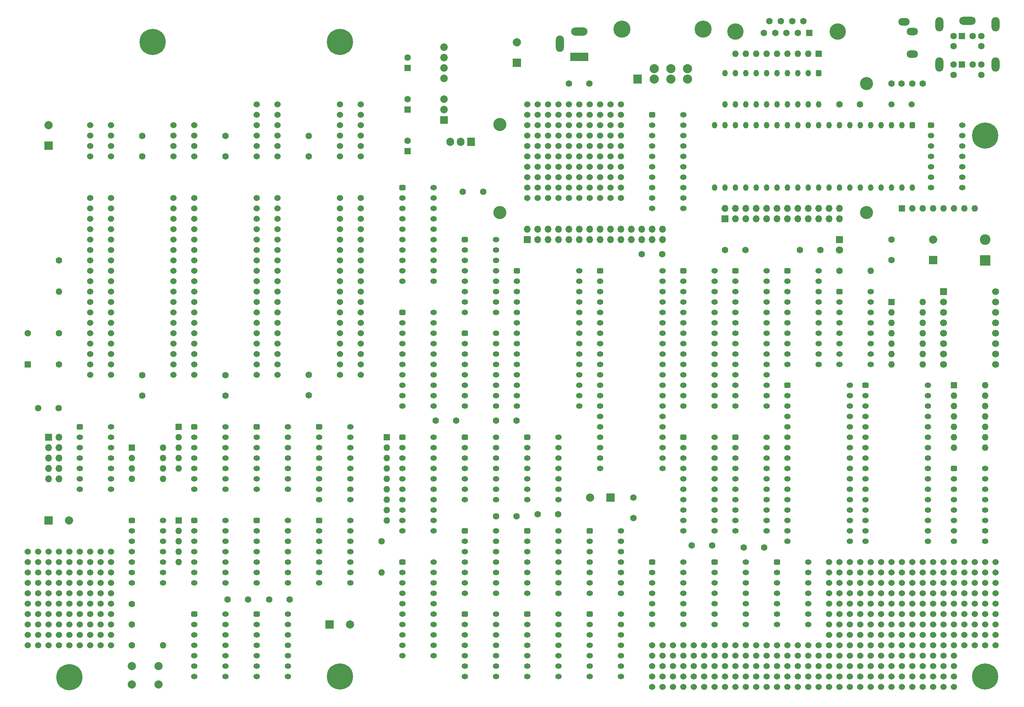
<source format=gbr>
%TF.GenerationSoftware,KiCad,Pcbnew,7.0.2*%
%TF.CreationDate,2024-04-17T02:01:12+08:00*%
%TF.ProjectId,HEC1,48454331-2e6b-4696-9361-645f70636258,rev?*%
%TF.SameCoordinates,Original*%
%TF.FileFunction,Soldermask,Bot*%
%TF.FilePolarity,Negative*%
%FSLAX46Y46*%
G04 Gerber Fmt 4.6, Leading zero omitted, Abs format (unit mm)*
G04 Created by KiCad (PCBNEW 7.0.2) date 2024-04-17 02:01:12*
%MOMM*%
%LPD*%
G01*
G04 APERTURE LIST*
G04 Aperture macros list*
%AMRoundRect*
0 Rectangle with rounded corners*
0 $1 Rounding radius*
0 $2 $3 $4 $5 $6 $7 $8 $9 X,Y pos of 4 corners*
0 Add a 4 corners polygon primitive as box body*
4,1,4,$2,$3,$4,$5,$6,$7,$8,$9,$2,$3,0*
0 Add four circle primitives for the rounded corners*
1,1,$1+$1,$2,$3*
1,1,$1+$1,$4,$5*
1,1,$1+$1,$6,$7*
1,1,$1+$1,$8,$9*
0 Add four rect primitives between the rounded corners*
20,1,$1+$1,$2,$3,$4,$5,0*
20,1,$1+$1,$4,$5,$6,$7,0*
20,1,$1+$1,$6,$7,$8,$9,0*
20,1,$1+$1,$8,$9,$2,$3,0*%
G04 Aperture macros list end*
%ADD10C,1.524000*%
%ADD11C,3.200000*%
%ADD12C,1.600000*%
%ADD13R,1.905000X2.000000*%
%ADD14O,1.905000X2.000000*%
%ADD15RoundRect,0.325000X-0.475000X-0.325000X0.475000X-0.325000X0.475000X0.325000X-0.475000X0.325000X0*%
%ADD16O,1.600000X1.300000*%
%ADD17R,2.600000X2.600000*%
%ADD18C,2.600000*%
%ADD19C,1.500000*%
%ADD20R,1.600000X1.600000*%
%ADD21O,1.600000X1.600000*%
%ADD22R,2.000000X2.000000*%
%ADD23C,2.000000*%
%ADD24O,2.000000X3.500000*%
%ADD25O,4.000000X2.000000*%
%ADD26RoundRect,0.325000X-0.325000X0.475000X-0.325000X-0.475000X0.325000X-0.475000X0.325000X0.475000X0*%
%ADD27O,1.300000X1.600000*%
%ADD28O,2.800000X1.800000*%
%ADD29C,4.000000*%
%ADD30R,1.800000X1.800000*%
%ADD31C,1.800000*%
%ADD32O,2.000000X4.000000*%
%ADD33R,4.500000X2.000000*%
%ADD34R,1.700000X1.700000*%
%ADD35C,1.700000*%
%ADD36C,0.800000*%
%ADD37C,6.400000*%
%ADD38O,1.700000X1.700000*%
%ADD39R,1.850000X1.850000*%
%ADD40C,1.850000*%
%ADD41C,4.165600*%
%ADD42R,2.032000X2.235200*%
%ADD43C,2.235200*%
G04 APERTURE END LIST*
D10*
%TO.C,REF\u002A\u002A*%
X172720000Y-58420000D03*
%TD*%
%TO.C,REF\u002A\u002A*%
X175260000Y-53340000D03*
%TD*%
%TO.C,REF\u002A\u002A*%
X228600000Y-193040000D03*
%TD*%
%TO.C,REF\u002A\u002A*%
X238760000Y-187960000D03*
%TD*%
%TO.C,REF\u002A\u002A*%
X165100000Y-63500000D03*
%TD*%
D11*
%TO.C,H8*%
X242820000Y-45740000D03*
%TD*%
D10*
%TO.C,REF\u002A\u002A*%
X195580000Y-193040000D03*
%TD*%
%TO.C,REF\u002A\u002A*%
X218440000Y-185420000D03*
%TD*%
%TO.C,REF\u002A\u002A*%
X261620000Y-167640000D03*
%TD*%
%TO.C,REF\u002A\u002A*%
X53340000Y-172720000D03*
%TD*%
%TO.C,REF\u002A\u002A*%
X238760000Y-185420000D03*
%TD*%
%TO.C,REF\u002A\u002A*%
X259080000Y-170180000D03*
%TD*%
%TO.C,REF\u002A\u002A*%
X167640000Y-50800000D03*
%TD*%
D12*
%TO.C,C31*%
X256540000Y-45720000D03*
X254040000Y-45720000D03*
%TD*%
D13*
%TO.C,U32*%
X146304000Y-59944000D03*
D14*
X143764000Y-59944000D03*
X141224000Y-59944000D03*
%TD*%
D10*
%TO.C,REF\u002A\u002A*%
X246380000Y-182880000D03*
%TD*%
%TO.C,REF\u002A\u002A*%
X254000000Y-165100000D03*
%TD*%
%TO.C,REF\u002A\u002A*%
X228600000Y-187960000D03*
%TD*%
%TO.C,REF\u002A\u002A*%
X203200000Y-190500000D03*
%TD*%
%TO.C,REF\u002A\u002A*%
X208280000Y-193040000D03*
%TD*%
D15*
%TO.C,U26*%
X129540000Y-132080000D03*
D16*
X129540000Y-134620000D03*
X129540000Y-137160000D03*
X129540000Y-139700000D03*
X129540000Y-142240000D03*
X129540000Y-144780000D03*
X129540000Y-147320000D03*
X129540000Y-149860000D03*
X129540000Y-152400000D03*
X129540000Y-154940000D03*
X137160000Y-154940000D03*
X137160000Y-152400000D03*
X137160000Y-149860000D03*
X137160000Y-147320000D03*
X137160000Y-144780000D03*
X137160000Y-142240000D03*
X137160000Y-139700000D03*
X137160000Y-137160000D03*
X137160000Y-134620000D03*
X137160000Y-132080000D03*
%TD*%
D10*
%TO.C,REF\u002A\u002A*%
X208280000Y-187960000D03*
%TD*%
%TO.C,REF\u002A\u002A*%
X251460000Y-193040000D03*
%TD*%
%TO.C,BUS3*%
X73660000Y-73660000D03*
X78740000Y-73660000D03*
X73660000Y-76200000D03*
X78740000Y-76200000D03*
X73660000Y-78740000D03*
X78740000Y-78740000D03*
X73660000Y-81280000D03*
X78740000Y-81280000D03*
X73660000Y-83820000D03*
X78740000Y-83820000D03*
X73660000Y-86360000D03*
X78740000Y-86360000D03*
X73660000Y-88900000D03*
X78740000Y-88900000D03*
X73660000Y-91440000D03*
X78740000Y-91440000D03*
X73660000Y-93980000D03*
X78740000Y-93980000D03*
X73660000Y-96520000D03*
X78740000Y-96520000D03*
X73660000Y-99060000D03*
X78740000Y-99060000D03*
X73660000Y-101600000D03*
X78740000Y-101600000D03*
X73660000Y-104140000D03*
X78740000Y-104140000D03*
X73660000Y-106680000D03*
X78740000Y-106680000D03*
X73660000Y-109220000D03*
X78740000Y-109220000D03*
X73660000Y-111760000D03*
X78740000Y-111760000D03*
X73660000Y-114300000D03*
X78740000Y-114300000D03*
X73660000Y-116840000D03*
X78740000Y-116840000D03*
X73660000Y-55880000D03*
X78740000Y-55880000D03*
X73660000Y-58420000D03*
X78740000Y-58420000D03*
X73660000Y-60960000D03*
X78740000Y-60960000D03*
X73660000Y-63500000D03*
X78740000Y-63500000D03*
%TD*%
%TO.C,REF\u002A\u002A*%
X172720000Y-71120000D03*
%TD*%
D12*
%TO.C,C27*%
X152440000Y-128016000D03*
X157440000Y-128016000D03*
%TD*%
D10*
%TO.C,REF\u002A\u002A*%
X40640000Y-175260000D03*
%TD*%
%TO.C,REF\u002A\u002A*%
X182880000Y-71120000D03*
%TD*%
%TO.C,REF\u002A\u002A*%
X266700000Y-182880000D03*
%TD*%
%TO.C,REF\u002A\u002A*%
X45720000Y-180340000D03*
%TD*%
D15*
%TO.C,U37*%
X220980000Y-162560000D03*
D16*
X220980000Y-165100000D03*
X220980000Y-167640000D03*
X220980000Y-170180000D03*
X220980000Y-172720000D03*
X220980000Y-175260000D03*
X220980000Y-177800000D03*
X228600000Y-177800000D03*
X228600000Y-175260000D03*
X228600000Y-172720000D03*
X228600000Y-170180000D03*
X228600000Y-167640000D03*
X228600000Y-165100000D03*
X228600000Y-162560000D03*
%TD*%
D10*
%TO.C,REF\u002A\u002A*%
X271780000Y-167640000D03*
%TD*%
D15*
%TO.C,U1*%
X177800000Y-91440000D03*
D16*
X177800000Y-93980000D03*
X177800000Y-96520000D03*
X177800000Y-99060000D03*
X177800000Y-101600000D03*
X177800000Y-104140000D03*
X177800000Y-106680000D03*
X177800000Y-109220000D03*
X177800000Y-111760000D03*
X177800000Y-114300000D03*
X177800000Y-116840000D03*
X177800000Y-119380000D03*
X177800000Y-121920000D03*
X177800000Y-124460000D03*
X177800000Y-127000000D03*
X177800000Y-129540000D03*
X177800000Y-132080000D03*
X177800000Y-134620000D03*
X177800000Y-137160000D03*
X177800000Y-139700000D03*
X193040000Y-139700000D03*
X193040000Y-137160000D03*
X193040000Y-134620000D03*
X193040000Y-132080000D03*
X193040000Y-129540000D03*
X193040000Y-127000000D03*
X193040000Y-124460000D03*
X193040000Y-121920000D03*
X193040000Y-119380000D03*
X193040000Y-116840000D03*
X193040000Y-114300000D03*
X193040000Y-111760000D03*
X193040000Y-109220000D03*
X193040000Y-106680000D03*
X193040000Y-104140000D03*
X193040000Y-101600000D03*
X193040000Y-99060000D03*
X193040000Y-96520000D03*
X193040000Y-93980000D03*
X193040000Y-91440000D03*
%TD*%
D15*
%TO.C,U41*%
X175260000Y-175260000D03*
D16*
X175260000Y-177800000D03*
X175260000Y-180340000D03*
X175260000Y-182880000D03*
X175260000Y-185420000D03*
X175260000Y-187960000D03*
X175260000Y-190500000D03*
X182880000Y-190500000D03*
X182880000Y-187960000D03*
X182880000Y-185420000D03*
X182880000Y-182880000D03*
X182880000Y-180340000D03*
X182880000Y-177800000D03*
X182880000Y-175260000D03*
%TD*%
D10*
%TO.C,REF\u002A\u002A*%
X220980000Y-190500000D03*
%TD*%
%TO.C,REF\u002A\u002A*%
X246380000Y-172720000D03*
%TD*%
%TO.C,REF\u002A\u002A*%
X259080000Y-187960000D03*
%TD*%
%TO.C,REF\u002A\u002A*%
X254000000Y-190500000D03*
%TD*%
%TO.C,REF\u002A\u002A*%
X218440000Y-193040000D03*
%TD*%
%TO.C,REF\u002A\u002A*%
X264160000Y-180340000D03*
%TD*%
%TO.C,REF\u002A\u002A*%
X160020000Y-63500000D03*
%TD*%
%TO.C,REF\u002A\u002A*%
X241300000Y-172720000D03*
%TD*%
D12*
%TO.C,C28*%
X137708000Y-128016000D03*
X142708000Y-128016000D03*
%TD*%
D10*
%TO.C,REF\u002A\u002A*%
X261620000Y-180340000D03*
%TD*%
%TO.C,REF\u002A\u002A*%
X246380000Y-193040000D03*
%TD*%
%TO.C,REF\u002A\u002A*%
X55880000Y-175260000D03*
%TD*%
%TO.C,REF\u002A\u002A*%
X238760000Y-167640000D03*
%TD*%
%TO.C,REF\u002A\u002A*%
X233680000Y-177800000D03*
%TD*%
%TO.C,REF\u002A\u002A*%
X170180000Y-63500000D03*
%TD*%
%TO.C,REF\u002A\u002A*%
X264160000Y-182880000D03*
%TD*%
%TO.C,REF\u002A\u002A*%
X58420000Y-160020000D03*
%TD*%
%TO.C,REF\u002A\u002A*%
X241300000Y-177800000D03*
%TD*%
%TO.C,REF\u002A\u002A*%
X264160000Y-165100000D03*
%TD*%
%TO.C,REF\u002A\u002A*%
X241300000Y-185420000D03*
%TD*%
%TO.C,REF\u002A\u002A*%
X251460000Y-175260000D03*
%TD*%
%TO.C,REF\u002A\u002A*%
X55880000Y-170180000D03*
%TD*%
%TO.C,REF\u002A\u002A*%
X53340000Y-160020000D03*
%TD*%
%TO.C,REF\u002A\u002A*%
X251460000Y-180340000D03*
%TD*%
%TO.C,REF\u002A\u002A*%
X259080000Y-167640000D03*
%TD*%
%TO.C,REF\u002A\u002A*%
X261620000Y-185420000D03*
%TD*%
%TO.C,REF\u002A\u002A*%
X198120000Y-182880000D03*
%TD*%
%TO.C,REF\u002A\u002A*%
X180340000Y-60960000D03*
%TD*%
%TO.C,REF\u002A\u002A*%
X233680000Y-167640000D03*
%TD*%
%TO.C,REF\u002A\u002A*%
X269240000Y-165100000D03*
%TD*%
%TO.C,REF\u002A\u002A*%
X254000000Y-172720000D03*
%TD*%
D17*
%TO.C,J5*%
X271780000Y-88900000D03*
D18*
X271780000Y-83820000D03*
%TD*%
D12*
%TO.C,C25*%
X187960000Y-87376000D03*
X192960000Y-87376000D03*
%TD*%
D19*
%TO.C,Y1*%
X253820000Y-50800000D03*
X248920000Y-50800000D03*
%TD*%
D10*
%TO.C,REF\u002A\u002A*%
X248920000Y-182880000D03*
%TD*%
%TO.C,REF\u002A\u002A*%
X162560000Y-50800000D03*
%TD*%
%TO.C,REF\u002A\u002A*%
X53340000Y-162560000D03*
%TD*%
%TO.C,REF\u002A\u002A*%
X180340000Y-68580000D03*
%TD*%
%TO.C,REF\u002A\u002A*%
X236220000Y-182880000D03*
%TD*%
D15*
%TO.C,U4*%
X210820000Y-91440000D03*
D16*
X210820000Y-93980000D03*
X210820000Y-96520000D03*
X210820000Y-99060000D03*
X210820000Y-101600000D03*
X210820000Y-104140000D03*
X210820000Y-106680000D03*
X210820000Y-109220000D03*
X210820000Y-111760000D03*
X210820000Y-114300000D03*
X210820000Y-116840000D03*
X210820000Y-119380000D03*
X210820000Y-121920000D03*
X210820000Y-124460000D03*
X218440000Y-124460000D03*
X218440000Y-121920000D03*
X218440000Y-119380000D03*
X218440000Y-116840000D03*
X218440000Y-114300000D03*
X218440000Y-111760000D03*
X218440000Y-109220000D03*
X218440000Y-106680000D03*
X218440000Y-104140000D03*
X218440000Y-101600000D03*
X218440000Y-99060000D03*
X218440000Y-96520000D03*
X218440000Y-93980000D03*
X218440000Y-91440000D03*
%TD*%
D10*
%TO.C,REF\u002A\u002A*%
X246380000Y-187960000D03*
%TD*%
D12*
%TO.C,C2*%
X86360000Y-63500000D03*
X86360000Y-58500000D03*
%TD*%
D10*
%TO.C,REF\u002A\u002A*%
X203200000Y-187960000D03*
%TD*%
%TO.C,REF\u002A\u002A*%
X205740000Y-193040000D03*
%TD*%
%TO.C,REF\u002A\u002A*%
X246380000Y-177800000D03*
%TD*%
D20*
%TO.C,RN2*%
X74930000Y-129540000D03*
D21*
X74930000Y-132080000D03*
X74930000Y-134620000D03*
X74930000Y-137160000D03*
X74930000Y-139700000D03*
%TD*%
D10*
%TO.C,REF\u002A\u002A*%
X243840000Y-185420000D03*
%TD*%
%TO.C,REF\u002A\u002A*%
X256540000Y-185420000D03*
%TD*%
%TO.C,REF\u002A\u002A*%
X45720000Y-177800000D03*
%TD*%
%TO.C,REF\u002A\u002A*%
X38100000Y-182880000D03*
%TD*%
%TO.C,REF\u002A\u002A*%
X248920000Y-165100000D03*
%TD*%
%TO.C,REF\u002A\u002A*%
X256540000Y-172720000D03*
%TD*%
%TO.C,REF\u002A\u002A*%
X246380000Y-180340000D03*
%TD*%
%TO.C,REF\u002A\u002A*%
X215900000Y-187960000D03*
%TD*%
%TO.C,REF\u002A\u002A*%
X182880000Y-58420000D03*
%TD*%
%TO.C,REF\u002A\u002A*%
X162560000Y-73660000D03*
%TD*%
D16*
%TO.C,U33*%
X86350000Y-129540000D03*
X86350000Y-132080000D03*
X86350000Y-134620000D03*
X86350000Y-137160000D03*
X86350000Y-139700000D03*
X86350000Y-142240000D03*
X86350000Y-144780000D03*
X78730000Y-144780000D03*
X78730000Y-142240000D03*
X78730000Y-139700000D03*
X78730000Y-137160000D03*
X78730000Y-134620000D03*
X78730000Y-132080000D03*
D15*
X78730000Y-129540000D03*
%TD*%
D12*
%TO.C,C3*%
X106680000Y-63500000D03*
X106680000Y-58500000D03*
%TD*%
D10*
%TO.C,REF\u002A\u002A*%
X208280000Y-190500000D03*
%TD*%
%TO.C,REF\u002A\u002A*%
X233680000Y-170180000D03*
%TD*%
D12*
%TO.C,C22*%
X97068000Y-171704000D03*
X102068000Y-171704000D03*
%TD*%
D15*
%TO.C,U5*%
X198120000Y-91440000D03*
D16*
X198120000Y-93980000D03*
X198120000Y-96520000D03*
X198120000Y-99060000D03*
X198120000Y-101600000D03*
X198120000Y-104140000D03*
X198120000Y-106680000D03*
X198120000Y-109220000D03*
X198120000Y-111760000D03*
X198120000Y-114300000D03*
X198120000Y-116840000D03*
X198120000Y-119380000D03*
X198120000Y-121920000D03*
X198120000Y-124460000D03*
X205740000Y-124460000D03*
X205740000Y-121920000D03*
X205740000Y-119380000D03*
X205740000Y-116840000D03*
X205740000Y-114300000D03*
X205740000Y-111760000D03*
X205740000Y-109220000D03*
X205740000Y-106680000D03*
X205740000Y-104140000D03*
X205740000Y-101600000D03*
X205740000Y-99060000D03*
X205740000Y-96520000D03*
X205740000Y-93980000D03*
X205740000Y-91440000D03*
%TD*%
D10*
%TO.C,REF\u002A\u002A*%
X269240000Y-170180000D03*
%TD*%
%TO.C,REF\u002A\u002A*%
X226060000Y-185420000D03*
%TD*%
D12*
%TO.C,C29*%
X144312000Y-72136000D03*
X149312000Y-72136000D03*
%TD*%
D10*
%TO.C,REF\u002A\u002A*%
X193040000Y-187960000D03*
%TD*%
D15*
%TO.C,U20*%
X129540000Y-101600000D03*
D16*
X129540000Y-104140000D03*
X129540000Y-106680000D03*
X129540000Y-109220000D03*
X129540000Y-111760000D03*
X129540000Y-114300000D03*
X129540000Y-116840000D03*
X129540000Y-119380000D03*
X129540000Y-121920000D03*
X129540000Y-124460000D03*
X137160000Y-124460000D03*
X137160000Y-121920000D03*
X137160000Y-119380000D03*
X137160000Y-116840000D03*
X137160000Y-114300000D03*
X137160000Y-111760000D03*
X137160000Y-109220000D03*
X137160000Y-106680000D03*
X137160000Y-104140000D03*
X137160000Y-101600000D03*
%TD*%
D10*
%TO.C,REF\u002A\u002A*%
X264160000Y-177800000D03*
%TD*%
%TO.C,REF\u002A\u002A*%
X246380000Y-190500000D03*
%TD*%
D22*
%TO.C,C30*%
X157480000Y-40640000D03*
D23*
X157480000Y-35640000D03*
%TD*%
D20*
%TO.C,J4*%
X266170000Y-34080000D03*
D12*
X268770000Y-34080000D03*
X264070000Y-34080000D03*
X270870000Y-34080000D03*
X264070000Y-36580000D03*
X270870000Y-36580000D03*
D20*
X266170000Y-41080000D03*
D12*
X268770000Y-41080000D03*
X264070000Y-41080000D03*
X270870000Y-41080000D03*
X264070000Y-43580000D03*
X270870000Y-43580000D03*
D24*
X260620000Y-31230000D03*
X260620000Y-41080000D03*
D25*
X267470000Y-30430000D03*
D24*
X274320000Y-31230000D03*
X274320000Y-41080000D03*
%TD*%
D10*
%TO.C,REF\u002A\u002A*%
X241300000Y-165100000D03*
%TD*%
%TO.C,REF\u002A\u002A*%
X50800000Y-165100000D03*
%TD*%
%TO.C,REF\u002A\u002A*%
X215900000Y-190500000D03*
%TD*%
%TO.C,REF\u002A\u002A*%
X213360000Y-182880000D03*
%TD*%
D15*
%TO.C,U30*%
X93980000Y-175260000D03*
D16*
X93980000Y-177800000D03*
X93980000Y-180340000D03*
X93980000Y-182880000D03*
X93980000Y-185420000D03*
X93980000Y-187960000D03*
X93980000Y-190500000D03*
X101600000Y-190500000D03*
X101600000Y-187960000D03*
X101600000Y-185420000D03*
X101600000Y-182880000D03*
X101600000Y-180340000D03*
X101600000Y-177800000D03*
X101600000Y-175260000D03*
%TD*%
D10*
%TO.C,REF\u002A\u002A*%
X238760000Y-190500000D03*
%TD*%
%TO.C,REF\u002A\u002A*%
X256540000Y-167640000D03*
%TD*%
%TO.C,REF\u002A\u002A*%
X180340000Y-53340000D03*
%TD*%
%TO.C,REF\u002A\u002A*%
X251460000Y-185420000D03*
%TD*%
%TO.C,REF\u002A\u002A*%
X53340000Y-165100000D03*
%TD*%
D15*
%TO.C,U28*%
X109220000Y-152400000D03*
D16*
X109220000Y-154940000D03*
X109220000Y-157480000D03*
X109220000Y-160020000D03*
X109220000Y-162560000D03*
X109220000Y-165100000D03*
X109220000Y-167640000D03*
X116840000Y-167640000D03*
X116840000Y-165100000D03*
X116840000Y-162560000D03*
X116840000Y-160020000D03*
X116840000Y-157480000D03*
X116840000Y-154940000D03*
X116840000Y-152400000D03*
%TD*%
D10*
%TO.C,REF\u002A\u002A*%
X180340000Y-58420000D03*
%TD*%
%TO.C,REF\u002A\u002A*%
X45720000Y-162560000D03*
%TD*%
%TO.C,REF\u002A\u002A*%
X38100000Y-180340000D03*
%TD*%
%TO.C,REF\u002A\u002A*%
X58420000Y-180340000D03*
%TD*%
%TO.C,REF\u002A\u002A*%
X256540000Y-180340000D03*
%TD*%
%TO.C,REF\u002A\u002A*%
X175260000Y-60960000D03*
%TD*%
%TO.C,REF\u002A\u002A*%
X53340000Y-167640000D03*
%TD*%
D12*
%TO.C,R1*%
X63500000Y-182880000D03*
D21*
X71120000Y-182880000D03*
%TD*%
D10*
%TO.C,REF\u002A\u002A*%
X48260000Y-172720000D03*
%TD*%
%TO.C,REF\u002A\u002A*%
X48260000Y-175260000D03*
%TD*%
%TO.C,REF\u002A\u002A*%
X162560000Y-55880000D03*
%TD*%
%TO.C,REF\u002A\u002A*%
X58420000Y-167640000D03*
%TD*%
%TO.C,REF\u002A\u002A*%
X251460000Y-172720000D03*
%TD*%
%TO.C,REF\u002A\u002A*%
X172720000Y-53340000D03*
%TD*%
%TO.C,REF\u002A\u002A*%
X243840000Y-165100000D03*
%TD*%
D12*
%TO.C,C7*%
X106680000Y-121840000D03*
X106680000Y-116840000D03*
%TD*%
D10*
%TO.C,REF\u002A\u002A*%
X215900000Y-193040000D03*
%TD*%
%TO.C,REF\u002A\u002A*%
X170180000Y-73660000D03*
%TD*%
%TO.C,REF\u002A\u002A*%
X223520000Y-185420000D03*
%TD*%
%TO.C,REF\u002A\u002A*%
X162560000Y-66040000D03*
%TD*%
D12*
%TO.C,C20*%
X200192000Y-158496000D03*
X205192000Y-158496000D03*
%TD*%
D10*
%TO.C,REF\u002A\u002A*%
X259080000Y-172720000D03*
%TD*%
%TO.C,REF\u002A\u002A*%
X220980000Y-182880000D03*
%TD*%
D11*
%TO.C,H10*%
X242820000Y-77240000D03*
%TD*%
D10*
%TO.C,REF\u002A\u002A*%
X261620000Y-175260000D03*
%TD*%
%TO.C,REF\u002A\u002A*%
X160020000Y-66040000D03*
%TD*%
D15*
%TO.C,U16*%
X190500000Y-162560000D03*
D16*
X190500000Y-165100000D03*
X190500000Y-167640000D03*
X190500000Y-170180000D03*
X190500000Y-172720000D03*
X190500000Y-175260000D03*
X190500000Y-177800000D03*
X198120000Y-177800000D03*
X198120000Y-175260000D03*
X198120000Y-172720000D03*
X198120000Y-170180000D03*
X198120000Y-167640000D03*
X198120000Y-165100000D03*
X198120000Y-162560000D03*
%TD*%
D10*
%TO.C,REF\u002A\u002A*%
X238760000Y-172720000D03*
%TD*%
%TO.C,REF\u002A\u002A*%
X238760000Y-165100000D03*
%TD*%
%TO.C,REF\u002A\u002A*%
X190500000Y-185420000D03*
%TD*%
%TO.C,REF\u002A\u002A*%
X195580000Y-185420000D03*
%TD*%
D15*
%TO.C,U18*%
X144780000Y-83820000D03*
D16*
X144780000Y-86360000D03*
X144780000Y-88900000D03*
X144780000Y-91440000D03*
X144780000Y-93980000D03*
X144780000Y-96520000D03*
X144780000Y-99060000D03*
X144780000Y-101600000D03*
X152400000Y-101600000D03*
X152400000Y-99060000D03*
X152400000Y-96520000D03*
X152400000Y-93980000D03*
X152400000Y-91440000D03*
X152400000Y-88900000D03*
X152400000Y-86360000D03*
X152400000Y-83820000D03*
%TD*%
D10*
%TO.C,REF\u002A\u002A*%
X50800000Y-175260000D03*
%TD*%
%TO.C,REF\u002A\u002A*%
X215900000Y-182880000D03*
%TD*%
%TO.C,REF\u002A\u002A*%
X195580000Y-190500000D03*
%TD*%
%TO.C,REF\u002A\u002A*%
X172720000Y-60960000D03*
%TD*%
%TO.C,REF\u002A\u002A*%
X210820000Y-190500000D03*
%TD*%
%TO.C,REF\u002A\u002A*%
X50800000Y-167640000D03*
%TD*%
D26*
%TO.C,U43*%
X254000000Y-55880000D03*
D27*
X251460000Y-55880000D03*
X248920000Y-55880000D03*
X246380000Y-55880000D03*
X243840000Y-55880000D03*
X241300000Y-55880000D03*
X238760000Y-55880000D03*
X236220000Y-55880000D03*
X233680000Y-55880000D03*
X231140000Y-55880000D03*
X228600000Y-55880000D03*
X226060000Y-55880000D03*
X223520000Y-55880000D03*
X220980000Y-55880000D03*
X218440000Y-55880000D03*
X215900000Y-55880000D03*
X213360000Y-55880000D03*
X210820000Y-55880000D03*
X208280000Y-55880000D03*
X205740000Y-55880000D03*
X205740000Y-71120000D03*
X208280000Y-71120000D03*
X210820000Y-71120000D03*
X213360000Y-71120000D03*
X215900000Y-71120000D03*
X218440000Y-71120000D03*
X220980000Y-71120000D03*
X223520000Y-71120000D03*
X226060000Y-71120000D03*
X228600000Y-71120000D03*
X231140000Y-71120000D03*
X233680000Y-71120000D03*
X236220000Y-71120000D03*
X238760000Y-71120000D03*
X241300000Y-71120000D03*
X243840000Y-71120000D03*
X246380000Y-71120000D03*
X248920000Y-71120000D03*
X251460000Y-71120000D03*
X254000000Y-71120000D03*
%TD*%
D10*
%TO.C,REF\u002A\u002A*%
X271780000Y-172720000D03*
%TD*%
%TO.C,REF\u002A\u002A*%
X241300000Y-170180000D03*
%TD*%
D15*
%TO.C,U6*%
X109220000Y-129540000D03*
D16*
X109220000Y-132080000D03*
X109220000Y-134620000D03*
X109220000Y-137160000D03*
X109220000Y-139700000D03*
X109220000Y-142240000D03*
X109220000Y-144780000D03*
X109220000Y-147320000D03*
X116840000Y-147320000D03*
X116840000Y-144780000D03*
X116840000Y-142240000D03*
X116840000Y-139700000D03*
X116840000Y-137160000D03*
X116840000Y-134620000D03*
X116840000Y-132080000D03*
X116840000Y-129540000D03*
%TD*%
D10*
%TO.C,REF\u002A\u002A*%
X193040000Y-193040000D03*
%TD*%
%TO.C,REF\u002A\u002A*%
X264160000Y-167640000D03*
%TD*%
D20*
%TO.C,C10*%
X130810000Y-52030000D03*
D12*
X130810000Y-49530000D03*
%TD*%
D10*
%TO.C,REF\u002A\u002A*%
X175260000Y-73660000D03*
%TD*%
%TO.C,REF\u002A\u002A*%
X256540000Y-177800000D03*
%TD*%
%TO.C,REF\u002A\u002A*%
X177800000Y-60960000D03*
%TD*%
%TO.C,REF\u002A\u002A*%
X45720000Y-160020000D03*
%TD*%
%TO.C,REF\u002A\u002A*%
X226060000Y-187960000D03*
%TD*%
D15*
%TO.C,U14*%
X198120000Y-132080000D03*
D16*
X198120000Y-134620000D03*
X198120000Y-137160000D03*
X198120000Y-139700000D03*
X198120000Y-142240000D03*
X198120000Y-144780000D03*
X198120000Y-147320000D03*
X198120000Y-149860000D03*
X198120000Y-152400000D03*
X198120000Y-154940000D03*
X205740000Y-154940000D03*
X205740000Y-152400000D03*
X205740000Y-149860000D03*
X205740000Y-147320000D03*
X205740000Y-144780000D03*
X205740000Y-142240000D03*
X205740000Y-139700000D03*
X205740000Y-137160000D03*
X205740000Y-134620000D03*
X205740000Y-132080000D03*
%TD*%
D10*
%TO.C,REF\u002A\u002A*%
X243840000Y-187960000D03*
%TD*%
%TO.C,REF\u002A\u002A*%
X162560000Y-60960000D03*
%TD*%
%TO.C,REF\u002A\u002A*%
X241300000Y-167640000D03*
%TD*%
%TO.C,REF\u002A\u002A*%
X167640000Y-63500000D03*
%TD*%
%TO.C,REF\u002A\u002A*%
X50800000Y-170180000D03*
%TD*%
D28*
%TO.C,J7*%
X254000000Y-38520000D03*
X252000000Y-30620000D03*
X254000000Y-33020000D03*
%TD*%
D11*
%TO.C,H9*%
X153320000Y-77240000D03*
%TD*%
D10*
%TO.C,REF\u002A\u002A*%
X38100000Y-170180000D03*
%TD*%
%TO.C,REF\u002A\u002A*%
X269240000Y-177800000D03*
%TD*%
%TO.C,REF\u002A\u002A*%
X210820000Y-187960000D03*
%TD*%
%TO.C,REF\u002A\u002A*%
X218440000Y-187960000D03*
%TD*%
D12*
%TO.C,C8*%
X170180000Y-45720000D03*
X175180000Y-45720000D03*
%TD*%
D10*
%TO.C,REF\u002A\u002A*%
X203200000Y-185420000D03*
%TD*%
%TO.C,REF\u002A\u002A*%
X231140000Y-190500000D03*
%TD*%
%TO.C,REF\u002A\u002A*%
X226060000Y-190500000D03*
%TD*%
D20*
%TO.C,RN3*%
X248920000Y-99060000D03*
D21*
X248920000Y-101600000D03*
X248920000Y-104140000D03*
X248920000Y-106680000D03*
X248920000Y-109220000D03*
X248920000Y-111760000D03*
X248920000Y-114300000D03*
X256540000Y-114300000D03*
X256540000Y-111760000D03*
X256540000Y-109220000D03*
X256540000Y-106680000D03*
X256540000Y-104140000D03*
X256540000Y-101600000D03*
X256540000Y-99060000D03*
%TD*%
D10*
%TO.C,REF\u002A\u002A*%
X213360000Y-190500000D03*
%TD*%
%TO.C,REF\u002A\u002A*%
X248920000Y-172720000D03*
%TD*%
%TO.C,REF\u002A\u002A*%
X248920000Y-193040000D03*
%TD*%
%TO.C,REF\u002A\u002A*%
X43180000Y-162560000D03*
%TD*%
%TO.C,REF\u002A\u002A*%
X271780000Y-165100000D03*
%TD*%
%TO.C,REF\u002A\u002A*%
X226060000Y-193040000D03*
%TD*%
D29*
%TO.C,J6*%
X235820000Y-33020000D03*
X210820000Y-33020000D03*
D20*
X228860000Y-33320000D03*
D12*
X226090000Y-33320000D03*
X223320000Y-33320000D03*
X220550000Y-33320000D03*
X217780000Y-33320000D03*
X227475000Y-30480000D03*
X224705000Y-30480000D03*
X221935000Y-30480000D03*
X219165000Y-30480000D03*
%TD*%
D10*
%TO.C,REF\u002A\u002A*%
X190500000Y-187960000D03*
%TD*%
%TO.C,REF\u002A\u002A*%
X165100000Y-50800000D03*
%TD*%
%TO.C,REF\u002A\u002A*%
X213360000Y-185420000D03*
%TD*%
D21*
%TO.C,RN7*%
X74930000Y-162560000D03*
X74930000Y-160020000D03*
X74930000Y-157480000D03*
X74930000Y-154940000D03*
D20*
X74930000Y-152400000D03*
%TD*%
D30*
%TO.C,D1*%
X236220000Y-83820000D03*
D31*
X236220000Y-86360000D03*
%TD*%
D10*
%TO.C,REF\u002A\u002A*%
X162560000Y-71120000D03*
%TD*%
%TO.C,REF\u002A\u002A*%
X246380000Y-167640000D03*
%TD*%
%TO.C,REF\u002A\u002A*%
X259080000Y-175260000D03*
%TD*%
D15*
%TO.C,U10*%
X160020000Y-132080000D03*
D16*
X160020000Y-134620000D03*
X160020000Y-137160000D03*
X160020000Y-139700000D03*
X160020000Y-142240000D03*
X160020000Y-144780000D03*
X160020000Y-147320000D03*
X167640000Y-147320000D03*
X167640000Y-144780000D03*
X167640000Y-142240000D03*
X167640000Y-139700000D03*
X167640000Y-137160000D03*
X167640000Y-134620000D03*
X167640000Y-132080000D03*
%TD*%
D10*
%TO.C,REF\u002A\u002A*%
X266700000Y-180340000D03*
%TD*%
%TO.C,BUS4*%
X53340000Y-73660000D03*
X58420000Y-73660000D03*
X53340000Y-76200000D03*
X58420000Y-76200000D03*
X53340000Y-78740000D03*
X58420000Y-78740000D03*
X53340000Y-81280000D03*
X58420000Y-81280000D03*
X53340000Y-83820000D03*
X58420000Y-83820000D03*
X53340000Y-86360000D03*
X58420000Y-86360000D03*
X53340000Y-88900000D03*
X58420000Y-88900000D03*
X53340000Y-91440000D03*
X58420000Y-91440000D03*
X53340000Y-93980000D03*
X58420000Y-93980000D03*
X53340000Y-96520000D03*
X58420000Y-96520000D03*
X53340000Y-99060000D03*
X58420000Y-99060000D03*
X53340000Y-101600000D03*
X58420000Y-101600000D03*
X53340000Y-104140000D03*
X58420000Y-104140000D03*
X53340000Y-106680000D03*
X58420000Y-106680000D03*
X53340000Y-109220000D03*
X58420000Y-109220000D03*
X53340000Y-111760000D03*
X58420000Y-111760000D03*
X53340000Y-114300000D03*
X58420000Y-114300000D03*
X53340000Y-116840000D03*
X58420000Y-116840000D03*
X53340000Y-55880000D03*
X58420000Y-55880000D03*
X53340000Y-58420000D03*
X58420000Y-58420000D03*
X53340000Y-60960000D03*
X58420000Y-60960000D03*
X53340000Y-63500000D03*
X58420000Y-63500000D03*
%TD*%
%TO.C,REF\u002A\u002A*%
X40640000Y-182880000D03*
%TD*%
%TO.C,REF\u002A\u002A*%
X48260000Y-162560000D03*
%TD*%
D20*
%TO.C,X1*%
X38100000Y-114300000D03*
D12*
X45720000Y-114300000D03*
X45720000Y-106680000D03*
X38100000Y-106680000D03*
%TD*%
D10*
%TO.C,REF\u002A\u002A*%
X233680000Y-185420000D03*
%TD*%
%TO.C,REF\u002A\u002A*%
X195580000Y-187960000D03*
%TD*%
%TO.C,REF\u002A\u002A*%
X264160000Y-162560000D03*
%TD*%
%TO.C,REF\u002A\u002A*%
X238760000Y-175260000D03*
%TD*%
%TO.C,REF\u002A\u002A*%
X165100000Y-66040000D03*
%TD*%
%TO.C,REF\u002A\u002A*%
X38100000Y-160020000D03*
%TD*%
%TO.C,REF\u002A\u002A*%
X261620000Y-165100000D03*
%TD*%
%TO.C,REF\u002A\u002A*%
X243840000Y-175260000D03*
%TD*%
%TO.C,REF\u002A\u002A*%
X271780000Y-162560000D03*
%TD*%
%TO.C,REF\u002A\u002A*%
X182880000Y-73660000D03*
%TD*%
%TO.C,REF\u002A\u002A*%
X38100000Y-165100000D03*
%TD*%
%TO.C,REF\u002A\u002A*%
X165100000Y-68580000D03*
%TD*%
%TO.C,REF\u002A\u002A*%
X243840000Y-162560000D03*
%TD*%
%TO.C,REF\u002A\u002A*%
X269240000Y-162560000D03*
%TD*%
%TO.C,REF\u002A\u002A*%
X256540000Y-165100000D03*
%TD*%
%TO.C,REF\u002A\u002A*%
X256540000Y-175260000D03*
%TD*%
D15*
%TO.C,U2*%
X223520000Y-119380000D03*
D16*
X223520000Y-121920000D03*
X223520000Y-124460000D03*
X223520000Y-127000000D03*
X223520000Y-129540000D03*
X223520000Y-132080000D03*
X223520000Y-134620000D03*
X223520000Y-137160000D03*
X223520000Y-139700000D03*
X223520000Y-142240000D03*
X223520000Y-144780000D03*
X223520000Y-147320000D03*
X223520000Y-149860000D03*
X223520000Y-152400000D03*
X223520000Y-154940000D03*
X223520000Y-157480000D03*
X238760000Y-157480000D03*
X238760000Y-154940000D03*
X238760000Y-152400000D03*
X238760000Y-149860000D03*
X238760000Y-147320000D03*
X238760000Y-144780000D03*
X238760000Y-142240000D03*
X238760000Y-139700000D03*
X238760000Y-137160000D03*
X238760000Y-134620000D03*
X238760000Y-132080000D03*
X238760000Y-129540000D03*
X238760000Y-127000000D03*
X238760000Y-124460000D03*
X238760000Y-121920000D03*
X238760000Y-119380000D03*
%TD*%
D10*
%TO.C,REF\u002A\u002A*%
X172720000Y-66040000D03*
%TD*%
%TO.C,REF\u002A\u002A*%
X45720000Y-182880000D03*
%TD*%
%TO.C,REF\u002A\u002A*%
X162560000Y-63500000D03*
%TD*%
%TO.C,REF\u002A\u002A*%
X236220000Y-193040000D03*
%TD*%
D15*
%TO.C,U42*%
X258572000Y-55880000D03*
D16*
X258572000Y-58420000D03*
X258572000Y-60960000D03*
X258572000Y-63500000D03*
X258572000Y-66040000D03*
X258572000Y-68580000D03*
X258572000Y-71120000D03*
X266192000Y-71120000D03*
X266192000Y-68580000D03*
X266192000Y-66040000D03*
X266192000Y-63500000D03*
X266192000Y-60960000D03*
X266192000Y-58420000D03*
X266192000Y-55880000D03*
%TD*%
D10*
%TO.C,REF\u002A\u002A*%
X248920000Y-187960000D03*
%TD*%
%TO.C,REF\u002A\u002A*%
X53340000Y-180340000D03*
%TD*%
%TO.C,REF\u002A\u002A*%
X205740000Y-185420000D03*
%TD*%
%TO.C,REF\u002A\u002A*%
X264160000Y-193040000D03*
%TD*%
D20*
%TO.C,SW1*%
X63500000Y-134620000D03*
D21*
X63500000Y-137160000D03*
X63500000Y-139700000D03*
X63500000Y-142240000D03*
X71120000Y-142240000D03*
X71120000Y-139700000D03*
X71120000Y-137160000D03*
X71120000Y-134620000D03*
%TD*%
D10*
%TO.C,REF\u002A\u002A*%
X259080000Y-180340000D03*
%TD*%
%TO.C,REF\u002A\u002A*%
X228600000Y-185420000D03*
%TD*%
%TO.C,REF\u002A\u002A*%
X200660000Y-190500000D03*
%TD*%
%TO.C,REF\u002A\u002A*%
X55880000Y-172720000D03*
%TD*%
%TO.C,REF\u002A\u002A*%
X248920000Y-167640000D03*
%TD*%
%TO.C,REF\u002A\u002A*%
X198120000Y-190500000D03*
%TD*%
D32*
%TO.C,J1*%
X168020000Y-36020000D03*
D25*
X172720000Y-33020000D03*
D33*
X172720000Y-39220000D03*
%TD*%
D10*
%TO.C,REF\u002A\u002A*%
X236220000Y-187960000D03*
%TD*%
D34*
%TO.C,U40*%
X261620000Y-96520000D03*
D35*
X261620000Y-99060000D03*
X261620000Y-101600000D03*
X261620000Y-104140000D03*
X261620000Y-106680000D03*
X261620000Y-109220000D03*
X261620000Y-111760000D03*
X261620000Y-114300000D03*
X274320000Y-114300000D03*
X274320000Y-111760000D03*
X274320000Y-109220000D03*
X274320000Y-106680000D03*
X274320000Y-104140000D03*
X274320000Y-101600000D03*
X274320000Y-99060000D03*
X274320000Y-96520000D03*
%TD*%
D10*
%TO.C,REF\u002A\u002A*%
X200660000Y-187960000D03*
%TD*%
%TO.C,REF\u002A\u002A*%
X264160000Y-185420000D03*
%TD*%
%TO.C,REF\u002A\u002A*%
X160020000Y-71120000D03*
%TD*%
D15*
%TO.C,U36*%
X223520000Y-91440000D03*
D16*
X223520000Y-93980000D03*
X223520000Y-96520000D03*
X223520000Y-99060000D03*
X223520000Y-101600000D03*
X223520000Y-104140000D03*
X223520000Y-106680000D03*
X223520000Y-109220000D03*
X223520000Y-111760000D03*
X223520000Y-114300000D03*
X231140000Y-114300000D03*
X231140000Y-111760000D03*
X231140000Y-109220000D03*
X231140000Y-106680000D03*
X231140000Y-104140000D03*
X231140000Y-101600000D03*
X231140000Y-99060000D03*
X231140000Y-96520000D03*
X231140000Y-93980000D03*
X231140000Y-91440000D03*
%TD*%
D10*
%TO.C,REF\u002A\u002A*%
X172720000Y-55880000D03*
%TD*%
%TO.C,REF\u002A\u002A*%
X53340000Y-175260000D03*
%TD*%
%TO.C,REF\u002A\u002A*%
X48260000Y-177800000D03*
%TD*%
D15*
%TO.C,U38*%
X264160000Y-139700000D03*
D16*
X264160000Y-142240000D03*
X264160000Y-144780000D03*
X264160000Y-147320000D03*
X264160000Y-149860000D03*
X264160000Y-152400000D03*
X264160000Y-154940000D03*
X264160000Y-157480000D03*
X271780000Y-157480000D03*
X271780000Y-154940000D03*
X271780000Y-152400000D03*
X271780000Y-149860000D03*
X271780000Y-147320000D03*
X271780000Y-144780000D03*
X271780000Y-142240000D03*
X271780000Y-139700000D03*
%TD*%
D10*
%TO.C,REF\u002A\u002A*%
X274320000Y-170180000D03*
%TD*%
D36*
%TO.C,H3*%
X111900000Y-190500000D03*
X112602944Y-188802944D03*
X112602944Y-192197056D03*
X114300000Y-188100000D03*
D37*
X114300000Y-190500000D03*
D36*
X114300000Y-192900000D03*
X115997056Y-188802944D03*
X115997056Y-192197056D03*
X116700000Y-190500000D03*
%TD*%
D10*
%TO.C,REF\u002A\u002A*%
X266700000Y-172720000D03*
%TD*%
%TO.C,REF\u002A\u002A*%
X266700000Y-167640000D03*
%TD*%
D34*
%TO.C,J2*%
X208280000Y-78740000D03*
D38*
X208280000Y-76200000D03*
X210820000Y-78740000D03*
X210820000Y-76200000D03*
X213360000Y-78740000D03*
X213360000Y-76200000D03*
X215900000Y-78740000D03*
X215900000Y-76200000D03*
X218440000Y-78740000D03*
X218440000Y-76200000D03*
X220980000Y-78740000D03*
X220980000Y-76200000D03*
X223520000Y-78740000D03*
X223520000Y-76200000D03*
X226060000Y-78740000D03*
X226060000Y-76200000D03*
X228600000Y-78740000D03*
X228600000Y-76200000D03*
X231140000Y-78740000D03*
X231140000Y-76200000D03*
X233680000Y-78740000D03*
X233680000Y-76200000D03*
X236220000Y-78740000D03*
X236220000Y-76200000D03*
%TD*%
D10*
%TO.C,REF\u002A\u002A*%
X236220000Y-162560000D03*
%TD*%
%TO.C,REF\u002A\u002A*%
X175260000Y-58420000D03*
%TD*%
%TO.C,REF\u002A\u002A*%
X45720000Y-172720000D03*
%TD*%
%TO.C,REF\u002A\u002A*%
X162560000Y-68580000D03*
%TD*%
%TO.C,REF\u002A\u002A*%
X43180000Y-160020000D03*
%TD*%
D34*
%TO.C,J9*%
X160020000Y-83820000D03*
D38*
X160020000Y-81280000D03*
X162560000Y-83820000D03*
X162560000Y-81280000D03*
X165100000Y-83820000D03*
X165100000Y-81280000D03*
X167640000Y-83820000D03*
X167640000Y-81280000D03*
X170180000Y-83820000D03*
X170180000Y-81280000D03*
X172720000Y-83820000D03*
X172720000Y-81280000D03*
X175260000Y-83820000D03*
X175260000Y-81280000D03*
X177800000Y-83820000D03*
X177800000Y-81280000D03*
X180340000Y-83820000D03*
X180340000Y-81280000D03*
X182880000Y-83820000D03*
X182880000Y-81280000D03*
X185420000Y-83820000D03*
X185420000Y-81280000D03*
X187960000Y-83820000D03*
X187960000Y-81280000D03*
X190500000Y-83820000D03*
X190500000Y-81280000D03*
X193040000Y-83820000D03*
X193040000Y-81280000D03*
%TD*%
D10*
%TO.C,REF\u002A\u002A*%
X198120000Y-193040000D03*
%TD*%
%TO.C,REF\u002A\u002A*%
X254000000Y-167640000D03*
%TD*%
%TO.C,REF\u002A\u002A*%
X160020000Y-60960000D03*
%TD*%
%TO.C,REF\u002A\u002A*%
X218440000Y-190500000D03*
%TD*%
%TO.C,REF\u002A\u002A*%
X233680000Y-187960000D03*
%TD*%
D20*
%TO.C,RN6*%
X231140000Y-38400000D03*
D21*
X228600000Y-38400000D03*
X226060000Y-38400000D03*
X223520000Y-38400000D03*
X220980000Y-38400000D03*
X218440000Y-38400000D03*
X215900000Y-38400000D03*
X213360000Y-38400000D03*
X210820000Y-38400000D03*
%TD*%
D10*
%TO.C,REF\u002A\u002A*%
X231140000Y-182880000D03*
%TD*%
%TO.C,REF\u002A\u002A*%
X210820000Y-185420000D03*
%TD*%
%TO.C,REF\u002A\u002A*%
X241300000Y-162560000D03*
%TD*%
%TO.C,REF\u002A\u002A*%
X160020000Y-50800000D03*
%TD*%
%TO.C,REF\u002A\u002A*%
X160020000Y-55880000D03*
%TD*%
%TO.C,REF\u002A\u002A*%
X182880000Y-55880000D03*
%TD*%
%TO.C,REF\u002A\u002A*%
X43180000Y-170180000D03*
%TD*%
D12*
%TO.C,C26*%
X226568000Y-86360000D03*
X231568000Y-86360000D03*
%TD*%
D10*
%TO.C,REF\u002A\u002A*%
X246380000Y-165100000D03*
%TD*%
%TO.C,REF\u002A\u002A*%
X251460000Y-177800000D03*
%TD*%
D36*
%TO.C,H2*%
X269380000Y-58420000D03*
X270082944Y-56722944D03*
X270082944Y-60117056D03*
X271780000Y-56020000D03*
D37*
X271780000Y-58420000D03*
D36*
X271780000Y-60820000D03*
X273477056Y-56722944D03*
X273477056Y-60117056D03*
X274180000Y-58420000D03*
%TD*%
D15*
%TO.C,U24*%
X175260000Y-154940000D03*
D16*
X175260000Y-157480000D03*
X175260000Y-160020000D03*
X175260000Y-162560000D03*
X175260000Y-165100000D03*
X175260000Y-167640000D03*
X175260000Y-170180000D03*
X182880000Y-170180000D03*
X182880000Y-167640000D03*
X182880000Y-165100000D03*
X182880000Y-162560000D03*
X182880000Y-160020000D03*
X182880000Y-157480000D03*
X182880000Y-154940000D03*
%TD*%
D10*
%TO.C,REF\u002A\u002A*%
X228600000Y-190500000D03*
%TD*%
%TO.C,REF\u002A\u002A*%
X50800000Y-160020000D03*
%TD*%
%TO.C,REF\u002A\u002A*%
X259080000Y-177800000D03*
%TD*%
%TO.C,REF\u002A\u002A*%
X170180000Y-71120000D03*
%TD*%
%TO.C,REF\u002A\u002A*%
X274320000Y-177800000D03*
%TD*%
%TO.C,REF\u002A\u002A*%
X210820000Y-182880000D03*
%TD*%
%TO.C,REF\u002A\u002A*%
X264160000Y-187960000D03*
%TD*%
%TO.C,REF\u002A\u002A*%
X254000000Y-187960000D03*
%TD*%
%TO.C,REF\u002A\u002A*%
X220980000Y-187960000D03*
%TD*%
%TO.C,REF\u002A\u002A*%
X259080000Y-182880000D03*
%TD*%
D39*
%TO.C,PS1*%
X139700000Y-54610000D03*
D40*
X139700000Y-52070000D03*
X139700000Y-49530000D03*
X139700000Y-44450000D03*
X139700000Y-41910000D03*
X139700000Y-39370000D03*
X139700000Y-36830000D03*
%TD*%
D10*
%TO.C,REF\u002A\u002A*%
X238760000Y-180340000D03*
%TD*%
%TO.C,REF\u002A\u002A*%
X233680000Y-172720000D03*
%TD*%
%TO.C,REF\u002A\u002A*%
X251460000Y-167640000D03*
%TD*%
%TO.C,REF\u002A\u002A*%
X266700000Y-177800000D03*
%TD*%
%TO.C,REF\u002A\u002A*%
X167640000Y-66040000D03*
%TD*%
%TO.C,REF\u002A\u002A*%
X167640000Y-71120000D03*
%TD*%
%TO.C,REF\u002A\u002A*%
X223520000Y-193040000D03*
%TD*%
%TO.C,REF\u002A\u002A*%
X53340000Y-182880000D03*
%TD*%
%TO.C,REF\u002A\u002A*%
X241300000Y-182880000D03*
%TD*%
D34*
%TO.C,J3*%
X43180000Y-132080000D03*
D38*
X45720000Y-132080000D03*
X43180000Y-134620000D03*
X45720000Y-134620000D03*
X43180000Y-137160000D03*
X45720000Y-137160000D03*
X43180000Y-139700000D03*
X45720000Y-139700000D03*
X43180000Y-142240000D03*
X45720000Y-142240000D03*
%TD*%
D10*
%TO.C,REF\u002A\u002A*%
X233680000Y-165100000D03*
%TD*%
%TO.C,REF\u002A\u002A*%
X177800000Y-68580000D03*
%TD*%
D12*
%TO.C,C4*%
X236220000Y-50800000D03*
X241220000Y-50800000D03*
%TD*%
D15*
%TO.C,U34*%
X50800000Y-129540000D03*
D16*
X50800000Y-132080000D03*
X50800000Y-134620000D03*
X50800000Y-137160000D03*
X50800000Y-139700000D03*
X50800000Y-142240000D03*
X50800000Y-144780000D03*
X58420000Y-144780000D03*
X58420000Y-142240000D03*
X58420000Y-139700000D03*
X58420000Y-137160000D03*
X58420000Y-134620000D03*
X58420000Y-132080000D03*
X58420000Y-129540000D03*
%TD*%
D15*
%TO.C,U12*%
X63500000Y-152395000D03*
D16*
X63500000Y-154935000D03*
X63500000Y-157475000D03*
X63500000Y-160015000D03*
X63500000Y-162555000D03*
X63500000Y-165095000D03*
X63500000Y-167635000D03*
X71120000Y-167635000D03*
X71120000Y-165095000D03*
X71120000Y-162555000D03*
X71120000Y-160015000D03*
X71120000Y-157475000D03*
X71120000Y-154935000D03*
X71120000Y-152395000D03*
%TD*%
D10*
%TO.C,REF\u002A\u002A*%
X167640000Y-53340000D03*
%TD*%
%TO.C,REF\u002A\u002A*%
X271780000Y-182880000D03*
%TD*%
%TO.C,REF\u002A\u002A*%
X167640000Y-58420000D03*
%TD*%
%TO.C,REF\u002A\u002A*%
X248920000Y-162560000D03*
%TD*%
D36*
%TO.C,H6*%
X269380000Y-190500000D03*
X270082944Y-188802944D03*
X270082944Y-192197056D03*
X271780000Y-188100000D03*
D37*
X271780000Y-190500000D03*
D36*
X271780000Y-192900000D03*
X273477056Y-188802944D03*
X273477056Y-192197056D03*
X274180000Y-190500000D03*
%TD*%
D12*
%TO.C,C16*%
X63500000Y-177800000D03*
X63500000Y-172800000D03*
%TD*%
D10*
%TO.C,REF\u002A\u002A*%
X55880000Y-182880000D03*
%TD*%
D15*
%TO.C,U7*%
X157480000Y-91440000D03*
D16*
X157480000Y-93980000D03*
X157480000Y-96520000D03*
X157480000Y-99060000D03*
X157480000Y-101600000D03*
X157480000Y-104140000D03*
X157480000Y-106680000D03*
X157480000Y-109220000D03*
X157480000Y-111760000D03*
X157480000Y-114300000D03*
X157480000Y-116840000D03*
X157480000Y-119380000D03*
X157480000Y-121920000D03*
X157480000Y-124460000D03*
X172720000Y-124460000D03*
X172720000Y-121920000D03*
X172720000Y-119380000D03*
X172720000Y-116840000D03*
X172720000Y-114300000D03*
X172720000Y-111760000D03*
X172720000Y-109220000D03*
X172720000Y-106680000D03*
X172720000Y-104140000D03*
X172720000Y-101600000D03*
X172720000Y-99060000D03*
X172720000Y-96520000D03*
X172720000Y-93980000D03*
X172720000Y-91440000D03*
%TD*%
D15*
%TO.C,U17*%
X93980000Y-152400000D03*
D16*
X93980000Y-154940000D03*
X93980000Y-157480000D03*
X93980000Y-160020000D03*
X93980000Y-162560000D03*
X93980000Y-165100000D03*
X93980000Y-167640000D03*
X101600000Y-167640000D03*
X101600000Y-165100000D03*
X101600000Y-162560000D03*
X101600000Y-160020000D03*
X101600000Y-157480000D03*
X101600000Y-154940000D03*
X101600000Y-152400000D03*
%TD*%
D10*
%TO.C,REF\u002A\u002A*%
X193040000Y-185420000D03*
%TD*%
%TO.C,REF\u002A\u002A*%
X223520000Y-187960000D03*
%TD*%
%TO.C,REF\u002A\u002A*%
X248920000Y-177800000D03*
%TD*%
%TO.C,REF\u002A\u002A*%
X231140000Y-193040000D03*
%TD*%
%TO.C,REF\u002A\u002A*%
X40640000Y-160020000D03*
%TD*%
%TO.C,REF\u002A\u002A*%
X40640000Y-165100000D03*
%TD*%
%TO.C,REF\u002A\u002A*%
X160020000Y-58420000D03*
%TD*%
D15*
%TO.C,U15*%
X205740000Y-162560000D03*
D16*
X205740000Y-165100000D03*
X205740000Y-167640000D03*
X205740000Y-170180000D03*
X205740000Y-172720000D03*
X205740000Y-175260000D03*
X205740000Y-177800000D03*
X213360000Y-177800000D03*
X213360000Y-175260000D03*
X213360000Y-172720000D03*
X213360000Y-170180000D03*
X213360000Y-167640000D03*
X213360000Y-165100000D03*
X213360000Y-162560000D03*
%TD*%
D15*
%TO.C,U22*%
X93980000Y-129540000D03*
D16*
X93980000Y-132080000D03*
X93980000Y-134620000D03*
X93980000Y-137160000D03*
X93980000Y-139700000D03*
X93980000Y-142240000D03*
X93980000Y-144780000D03*
X101600000Y-144780000D03*
X101600000Y-142240000D03*
X101600000Y-139700000D03*
X101600000Y-137160000D03*
X101600000Y-134620000D03*
X101600000Y-132080000D03*
X101600000Y-129540000D03*
%TD*%
D10*
%TO.C,REF\u002A\u002A*%
X256540000Y-182880000D03*
%TD*%
%TO.C,REF\u002A\u002A*%
X170180000Y-58420000D03*
%TD*%
%TO.C,REF\u002A\u002A*%
X238760000Y-193040000D03*
%TD*%
%TO.C,REF\u002A\u002A*%
X254000000Y-193040000D03*
%TD*%
D20*
%TO.C,C9*%
X130810000Y-41910000D03*
D12*
X130810000Y-39410000D03*
%TD*%
D10*
%TO.C,REF\u002A\u002A*%
X38100000Y-167640000D03*
%TD*%
%TO.C,REF\u002A\u002A*%
X175260000Y-68580000D03*
%TD*%
%TO.C,REF\u002A\u002A*%
X254000000Y-162560000D03*
%TD*%
%TO.C,REF\u002A\u002A*%
X175260000Y-50800000D03*
%TD*%
%TO.C,REF\u002A\u002A*%
X248920000Y-180340000D03*
%TD*%
D22*
%TO.C,C12*%
X180340000Y-146812000D03*
D23*
X175340000Y-146812000D03*
%TD*%
D10*
%TO.C,REF\u002A\u002A*%
X175260000Y-55880000D03*
%TD*%
%TO.C,REF\u002A\u002A*%
X38100000Y-177800000D03*
%TD*%
%TO.C,REF\u002A\u002A*%
X50800000Y-172720000D03*
%TD*%
%TO.C,REF\u002A\u002A*%
X220980000Y-193040000D03*
%TD*%
%TO.C,REF\u002A\u002A*%
X43180000Y-167640000D03*
%TD*%
D15*
%TO.C,U25*%
X129540000Y-162560000D03*
D16*
X129540000Y-165100000D03*
X129540000Y-167640000D03*
X129540000Y-170180000D03*
X129540000Y-172720000D03*
X129540000Y-175260000D03*
X129540000Y-177800000D03*
X129540000Y-180340000D03*
X129540000Y-182880000D03*
X129540000Y-185420000D03*
X137160000Y-185420000D03*
X137160000Y-182880000D03*
X137160000Y-180340000D03*
X137160000Y-177800000D03*
X137160000Y-175260000D03*
X137160000Y-172720000D03*
X137160000Y-170180000D03*
X137160000Y-167640000D03*
X137160000Y-165100000D03*
X137160000Y-162560000D03*
%TD*%
D10*
%TO.C,REF\u002A\u002A*%
X251460000Y-170180000D03*
%TD*%
%TO.C,REF\u002A\u002A*%
X48260000Y-182880000D03*
%TD*%
%TO.C,REF\u002A\u002A*%
X269240000Y-182880000D03*
%TD*%
%TO.C,REF\u002A\u002A*%
X269240000Y-172720000D03*
%TD*%
%TO.C,REF\u002A\u002A*%
X50800000Y-180340000D03*
%TD*%
%TO.C,REF\u002A\u002A*%
X259080000Y-165100000D03*
%TD*%
%TO.C,REF\u002A\u002A*%
X175260000Y-63500000D03*
%TD*%
%TO.C,REF\u002A\u002A*%
X213360000Y-187960000D03*
%TD*%
D15*
%TO.C,U35*%
X78740000Y-175260000D03*
D16*
X78740000Y-177800000D03*
X78740000Y-180340000D03*
X78740000Y-182880000D03*
X78740000Y-185420000D03*
X78740000Y-187960000D03*
X78740000Y-190500000D03*
X86360000Y-190500000D03*
X86360000Y-187960000D03*
X86360000Y-185420000D03*
X86360000Y-182880000D03*
X86360000Y-180340000D03*
X86360000Y-177800000D03*
X86360000Y-175260000D03*
%TD*%
D10*
%TO.C,REF\u002A\u002A*%
X241300000Y-193040000D03*
%TD*%
%TO.C,REF\u002A\u002A*%
X264160000Y-175260000D03*
%TD*%
%TO.C,REF\u002A\u002A*%
X233680000Y-193040000D03*
%TD*%
%TO.C,REF\u002A\u002A*%
X170180000Y-66040000D03*
%TD*%
%TO.C,REF\u002A\u002A*%
X274320000Y-167640000D03*
%TD*%
%TO.C,REF\u002A\u002A*%
X236220000Y-190500000D03*
%TD*%
%TO.C,REF\u002A\u002A*%
X182880000Y-66040000D03*
%TD*%
%TO.C,REF\u002A\u002A*%
X233680000Y-162560000D03*
%TD*%
%TO.C,REF\u002A\u002A*%
X200660000Y-185420000D03*
%TD*%
%TO.C,REF\u002A\u002A*%
X200660000Y-193040000D03*
%TD*%
%TO.C,REF\u002A\u002A*%
X246380000Y-185420000D03*
%TD*%
D12*
%TO.C,C5*%
X66040000Y-121920000D03*
X66040000Y-116920000D03*
%TD*%
D10*
%TO.C,REF\u002A\u002A*%
X190500000Y-182880000D03*
%TD*%
%TO.C,REF\u002A\u002A*%
X248920000Y-175260000D03*
%TD*%
%TO.C,REF\u002A\u002A*%
X160020000Y-73660000D03*
%TD*%
%TO.C,REF\u002A\u002A*%
X208280000Y-182880000D03*
%TD*%
%TO.C,REF\u002A\u002A*%
X261620000Y-182880000D03*
%TD*%
D12*
%TO.C,C18*%
X157440000Y-151384000D03*
X152440000Y-151384000D03*
%TD*%
D10*
%TO.C,REF\u002A\u002A*%
X172720000Y-68580000D03*
%TD*%
%TO.C,REF\u002A\u002A*%
X55880000Y-165100000D03*
%TD*%
D12*
%TO.C,C6*%
X86360000Y-121920000D03*
X86360000Y-116920000D03*
%TD*%
D10*
%TO.C,REF\u002A\u002A*%
X198120000Y-185420000D03*
%TD*%
%TO.C,REF\u002A\u002A*%
X175260000Y-71120000D03*
%TD*%
%TO.C,REF\u002A\u002A*%
X264160000Y-172720000D03*
%TD*%
%TO.C,REF\u002A\u002A*%
X251460000Y-190500000D03*
%TD*%
%TO.C,REF\u002A\u002A*%
X236220000Y-177800000D03*
%TD*%
%TO.C,REF\u002A\u002A*%
X38100000Y-162560000D03*
%TD*%
%TO.C,REF\u002A\u002A*%
X58420000Y-165100000D03*
%TD*%
%TO.C,REF\u002A\u002A*%
X251460000Y-165100000D03*
%TD*%
%TO.C,REF\u002A\u002A*%
X170180000Y-53340000D03*
%TD*%
D15*
%TO.C,U29*%
X160020000Y-175260000D03*
D16*
X160020000Y-177800000D03*
X160020000Y-180340000D03*
X160020000Y-182880000D03*
X160020000Y-185420000D03*
X160020000Y-187960000D03*
X160020000Y-190500000D03*
X167640000Y-190500000D03*
X167640000Y-187960000D03*
X167640000Y-185420000D03*
X167640000Y-182880000D03*
X167640000Y-180340000D03*
X167640000Y-177800000D03*
X167640000Y-175260000D03*
%TD*%
D12*
%TO.C,C14*%
X208280000Y-86360000D03*
X213280000Y-86360000D03*
%TD*%
D10*
%TO.C,REF\u002A\u002A*%
X45720000Y-175260000D03*
%TD*%
%TO.C,REF\u002A\u002A*%
X165100000Y-55880000D03*
%TD*%
%TO.C,REF\u002A\u002A*%
X233680000Y-175260000D03*
%TD*%
%TO.C,REF\u002A\u002A*%
X190500000Y-193040000D03*
%TD*%
%TO.C,REF\u002A\u002A*%
X254000000Y-182880000D03*
%TD*%
%TO.C,REF\u002A\u002A*%
X256540000Y-170180000D03*
%TD*%
%TO.C,REF\u002A\u002A*%
X177800000Y-63500000D03*
%TD*%
%TO.C,REF\u002A\u002A*%
X261620000Y-190500000D03*
%TD*%
%TO.C,REF\u002A\u002A*%
X165100000Y-53340000D03*
%TD*%
%TO.C,REF\u002A\u002A*%
X243840000Y-167640000D03*
%TD*%
%TO.C,REF\u002A\u002A*%
X233680000Y-182880000D03*
%TD*%
%TO.C,REF\u002A\u002A*%
X264160000Y-190500000D03*
%TD*%
%TO.C,REF\u002A\u002A*%
X254000000Y-177800000D03*
%TD*%
%TO.C,REF\u002A\u002A*%
X233680000Y-180340000D03*
%TD*%
%TO.C,REF\u002A\u002A*%
X271780000Y-170180000D03*
%TD*%
%TO.C,REF\u002A\u002A*%
X177800000Y-53340000D03*
%TD*%
%TO.C,REF\u002A\u002A*%
X182880000Y-53340000D03*
%TD*%
%TO.C,REF\u002A\u002A*%
X43180000Y-180340000D03*
%TD*%
%TO.C,REF\u002A\u002A*%
X246380000Y-170180000D03*
%TD*%
%TO.C,REF\u002A\u002A*%
X180340000Y-50800000D03*
%TD*%
%TO.C,REF\u002A\u002A*%
X58420000Y-170180000D03*
%TD*%
%TO.C,REF\u002A\u002A*%
X43180000Y-172720000D03*
%TD*%
%TO.C,REF\u002A\u002A*%
X236220000Y-180340000D03*
%TD*%
%TO.C,REF\u002A\u002A*%
X248920000Y-170180000D03*
%TD*%
%TO.C,REF\u002A\u002A*%
X48260000Y-170180000D03*
%TD*%
%TO.C,REF\u002A\u002A*%
X261620000Y-177800000D03*
%TD*%
D20*
%TO.C,C11*%
X130810000Y-62190000D03*
D12*
X130810000Y-59690000D03*
%TD*%
D10*
%TO.C,REF\u002A\u002A*%
X261620000Y-172720000D03*
%TD*%
%TO.C,REF\u002A\u002A*%
X205740000Y-190500000D03*
%TD*%
%TO.C,REF\u002A\u002A*%
X238760000Y-177800000D03*
%TD*%
%TO.C,REF\u002A\u002A*%
X243840000Y-170180000D03*
%TD*%
D12*
%TO.C,C23*%
X86908000Y-171704000D03*
X91908000Y-171704000D03*
%TD*%
D10*
%TO.C,REF\u002A\u002A*%
X58420000Y-182880000D03*
%TD*%
%TO.C,REF\u002A\u002A*%
X231140000Y-187960000D03*
%TD*%
%TO.C,REF\u002A\u002A*%
X274320000Y-162560000D03*
%TD*%
%TO.C,REF\u002A\u002A*%
X261620000Y-162560000D03*
%TD*%
%TO.C,REF\u002A\u002A*%
X48260000Y-180340000D03*
%TD*%
%TO.C,REF\u002A\u002A*%
X243840000Y-193040000D03*
%TD*%
%TO.C,REF\u002A\u002A*%
X170180000Y-55880000D03*
%TD*%
%TO.C,REF\u002A\u002A*%
X48260000Y-167640000D03*
%TD*%
%TO.C,REF\u002A\u002A*%
X205740000Y-187960000D03*
%TD*%
%TO.C,REF\u002A\u002A*%
X256540000Y-187960000D03*
%TD*%
%TO.C,REF\u002A\u002A*%
X203200000Y-182880000D03*
%TD*%
D36*
%TO.C,H5*%
X111900000Y-35560000D03*
X112602944Y-33862944D03*
X112602944Y-37257056D03*
X114300000Y-33160000D03*
D37*
X114300000Y-35560000D03*
D36*
X114300000Y-37960000D03*
X115997056Y-33862944D03*
X115997056Y-37257056D03*
X116700000Y-35560000D03*
%TD*%
D10*
%TO.C,REF\u002A\u002A*%
X160020000Y-68580000D03*
%TD*%
%TO.C,REF\u002A\u002A*%
X238760000Y-162560000D03*
%TD*%
%TO.C,REF\u002A\u002A*%
X182880000Y-60960000D03*
%TD*%
%TO.C,REF\u002A\u002A*%
X172720000Y-63500000D03*
%TD*%
%TO.C,REF\u002A\u002A*%
X50800000Y-177800000D03*
%TD*%
%TO.C,REF\u002A\u002A*%
X256540000Y-190500000D03*
%TD*%
D12*
%TO.C,R3*%
X45720000Y-88900000D03*
D21*
X45720000Y-96520000D03*
%TD*%
D10*
%TO.C,REF\u002A\u002A*%
X165100000Y-71120000D03*
%TD*%
%TO.C,REF\u002A\u002A*%
X167640000Y-60960000D03*
%TD*%
D15*
%TO.C,U21*%
X129540000Y-71120000D03*
D16*
X129540000Y-73660000D03*
X129540000Y-76200000D03*
X129540000Y-78740000D03*
X129540000Y-81280000D03*
X129540000Y-83820000D03*
X129540000Y-86360000D03*
X129540000Y-88900000D03*
X129540000Y-91440000D03*
X129540000Y-93980000D03*
X137160000Y-93980000D03*
X137160000Y-91440000D03*
X137160000Y-88900000D03*
X137160000Y-86360000D03*
X137160000Y-83820000D03*
X137160000Y-81280000D03*
X137160000Y-78740000D03*
X137160000Y-76200000D03*
X137160000Y-73660000D03*
X137160000Y-71120000D03*
%TD*%
D20*
%TO.C,RN4*%
X264160000Y-119380000D03*
D21*
X264160000Y-121920000D03*
X264160000Y-124460000D03*
X264160000Y-127000000D03*
X264160000Y-129540000D03*
X264160000Y-132080000D03*
X264160000Y-134620000D03*
X271780000Y-134620000D03*
X271780000Y-132080000D03*
X271780000Y-129540000D03*
X271780000Y-127000000D03*
X271780000Y-124460000D03*
X271780000Y-121920000D03*
X271780000Y-119380000D03*
%TD*%
D10*
%TO.C,REF\u002A\u002A*%
X167640000Y-68580000D03*
%TD*%
%TO.C,REF\u002A\u002A*%
X233680000Y-190500000D03*
%TD*%
%TO.C,REF\u002A\u002A*%
X243840000Y-190500000D03*
%TD*%
%TO.C,REF\u002A\u002A*%
X269240000Y-180340000D03*
%TD*%
D12*
%TO.C,C15*%
X185928000Y-146812000D03*
X185928000Y-151812000D03*
%TD*%
D10*
%TO.C,REF\u002A\u002A*%
X55880000Y-180340000D03*
%TD*%
%TO.C,REF\u002A\u002A*%
X223520000Y-190500000D03*
%TD*%
%TO.C,REF\u002A\u002A*%
X274320000Y-172720000D03*
%TD*%
%TO.C,REF\u002A\u002A*%
X58420000Y-177800000D03*
%TD*%
%TO.C,REF\u002A\u002A*%
X175260000Y-66040000D03*
%TD*%
%TO.C,REF\u002A\u002A*%
X182880000Y-63500000D03*
%TD*%
D22*
%TO.C,C35*%
X43180000Y-152400000D03*
D23*
X48180000Y-152400000D03*
%TD*%
D10*
%TO.C,REF\u002A\u002A*%
X160020000Y-53340000D03*
%TD*%
%TO.C,REF\u002A\u002A*%
X208280000Y-185420000D03*
%TD*%
D15*
%TO.C,U39*%
X236220000Y-96520000D03*
D16*
X236220000Y-99060000D03*
X236220000Y-101600000D03*
X236220000Y-104140000D03*
X236220000Y-106680000D03*
X236220000Y-109220000D03*
X236220000Y-111760000D03*
X236220000Y-114300000D03*
X243840000Y-114300000D03*
X243840000Y-111760000D03*
X243840000Y-109220000D03*
X243840000Y-106680000D03*
X243840000Y-104140000D03*
X243840000Y-101600000D03*
X243840000Y-99060000D03*
X243840000Y-96520000D03*
%TD*%
D10*
%TO.C,REF\u002A\u002A*%
X40640000Y-180340000D03*
%TD*%
%TO.C,REF\u002A\u002A*%
X246380000Y-162560000D03*
%TD*%
%TO.C,REF\u002A\u002A*%
X248920000Y-185420000D03*
%TD*%
%TO.C,REF\u002A\u002A*%
X182880000Y-68580000D03*
%TD*%
%TO.C,REF\u002A\u002A*%
X266700000Y-162560000D03*
%TD*%
%TO.C,REF\u002A\u002A*%
X274320000Y-165100000D03*
%TD*%
%TO.C,REF\u002A\u002A*%
X200660000Y-182880000D03*
%TD*%
%TO.C,REF\u002A\u002A*%
X165100000Y-60960000D03*
%TD*%
%TO.C,REF\u002A\u002A*%
X238760000Y-170180000D03*
%TD*%
%TO.C,REF\u002A\u002A*%
X58420000Y-175260000D03*
%TD*%
%TO.C,REF\u002A\u002A*%
X241300000Y-175260000D03*
%TD*%
%TO.C,REF\u002A\u002A*%
X38100000Y-175260000D03*
%TD*%
%TO.C,REF\u002A\u002A*%
X43180000Y-177800000D03*
%TD*%
%TO.C,REF\u002A\u002A*%
X246380000Y-175260000D03*
%TD*%
%TO.C,REF\u002A\u002A*%
X243840000Y-180340000D03*
%TD*%
%TO.C,REF\u002A\u002A*%
X254000000Y-175260000D03*
%TD*%
%TO.C,REF\u002A\u002A*%
X198120000Y-187960000D03*
%TD*%
%TO.C,REF\u002A\u002A*%
X180340000Y-71120000D03*
%TD*%
%TO.C,REF\u002A\u002A*%
X236220000Y-175260000D03*
%TD*%
D15*
%TO.C,U23*%
X144780000Y-175260000D03*
D16*
X144780000Y-177800000D03*
X144780000Y-180340000D03*
X144780000Y-182880000D03*
X144780000Y-185420000D03*
X144780000Y-187960000D03*
X144780000Y-190500000D03*
X152400000Y-190500000D03*
X152400000Y-187960000D03*
X152400000Y-185420000D03*
X152400000Y-182880000D03*
X152400000Y-180340000D03*
X152400000Y-177800000D03*
X152400000Y-175260000D03*
%TD*%
D10*
%TO.C,REF\u002A\u002A*%
X58420000Y-172720000D03*
%TD*%
D15*
%TO.C,U11*%
X160020000Y-154940000D03*
D16*
X160020000Y-157480000D03*
X160020000Y-160020000D03*
X160020000Y-162560000D03*
X160020000Y-165100000D03*
X160020000Y-167640000D03*
X160020000Y-170180000D03*
X167640000Y-170180000D03*
X167640000Y-167640000D03*
X167640000Y-165100000D03*
X167640000Y-162560000D03*
X167640000Y-160020000D03*
X167640000Y-157480000D03*
X167640000Y-154940000D03*
%TD*%
D15*
%TO.C,U19*%
X144780000Y-154940000D03*
D16*
X144780000Y-157480000D03*
X144780000Y-160020000D03*
X144780000Y-162560000D03*
X144780000Y-165100000D03*
X144780000Y-167640000D03*
X144780000Y-170180000D03*
X152400000Y-170180000D03*
X152400000Y-167640000D03*
X152400000Y-165100000D03*
X152400000Y-162560000D03*
X152400000Y-160020000D03*
X152400000Y-157480000D03*
X152400000Y-154940000D03*
%TD*%
D10*
%TO.C,REF\u002A\u002A*%
X259080000Y-193040000D03*
%TD*%
D12*
%TO.C,R4*%
X236220000Y-91440000D03*
D21*
X243840000Y-91440000D03*
%TD*%
D10*
%TO.C,REF\u002A\u002A*%
X177800000Y-50800000D03*
%TD*%
%TO.C,REF\u002A\u002A*%
X243840000Y-182880000D03*
%TD*%
D36*
%TO.C,H4*%
X45860000Y-190640000D03*
X46562944Y-188942944D03*
X46562944Y-192337056D03*
X48260000Y-188240000D03*
D37*
X48260000Y-190640000D03*
D36*
X48260000Y-193040000D03*
X49957056Y-188942944D03*
X49957056Y-192337056D03*
X50660000Y-190640000D03*
%TD*%
D12*
%TO.C,C13*%
X248920000Y-88820000D03*
X248920000Y-83820000D03*
%TD*%
D10*
%TO.C,BUS2*%
X93980000Y-73660000D03*
X99060000Y-73660000D03*
X93980000Y-76200000D03*
X99060000Y-76200000D03*
X93980000Y-78740000D03*
X99060000Y-78740000D03*
X93980000Y-81280000D03*
X99060000Y-81280000D03*
X93980000Y-83820000D03*
X99060000Y-83820000D03*
X93980000Y-86360000D03*
X99060000Y-86360000D03*
X93980000Y-88900000D03*
X99060000Y-88900000D03*
X93980000Y-91440000D03*
X99060000Y-91440000D03*
X93980000Y-93980000D03*
X99060000Y-93980000D03*
X93980000Y-96520000D03*
X99060000Y-96520000D03*
X93980000Y-99060000D03*
X99060000Y-99060000D03*
X93980000Y-101600000D03*
X99060000Y-101600000D03*
X93980000Y-104140000D03*
X99060000Y-104140000D03*
X93980000Y-106680000D03*
X99060000Y-106680000D03*
X93980000Y-109220000D03*
X99060000Y-109220000D03*
X93980000Y-111760000D03*
X99060000Y-111760000D03*
X93980000Y-114300000D03*
X99060000Y-114300000D03*
X93980000Y-116840000D03*
X99060000Y-116840000D03*
X93980000Y-50800000D03*
X99060000Y-50800000D03*
X93980000Y-53340000D03*
X99060000Y-53340000D03*
X93980000Y-55880000D03*
X99060000Y-55880000D03*
X93980000Y-58420000D03*
X99060000Y-58420000D03*
X93980000Y-60960000D03*
X99060000Y-60960000D03*
X93980000Y-63500000D03*
X99060000Y-63500000D03*
%TD*%
D12*
%TO.C,C19*%
X212892000Y-159004000D03*
X217892000Y-159004000D03*
%TD*%
D10*
%TO.C,REF\u002A\u002A*%
X241300000Y-180340000D03*
%TD*%
%TO.C,REF\u002A\u002A*%
X254000000Y-170180000D03*
%TD*%
%TO.C,REF\u002A\u002A*%
X43180000Y-182880000D03*
%TD*%
%TO.C,REF\u002A\u002A*%
X170180000Y-68580000D03*
%TD*%
%TO.C,REF\u002A\u002A*%
X172720000Y-73660000D03*
%TD*%
D41*
%TO.C,J8*%
X202946000Y-32393100D03*
X183134000Y-32393100D03*
D42*
X186944000Y-44661300D03*
D43*
X191008000Y-44661300D03*
X195072000Y-44661300D03*
X199136000Y-44661300D03*
X199136000Y-42121300D03*
X195072000Y-42121300D03*
X191008000Y-42121300D03*
%TD*%
D10*
%TO.C,REF\u002A\u002A*%
X180340000Y-73660000D03*
%TD*%
%TO.C,REF\u002A\u002A*%
X215900000Y-185420000D03*
%TD*%
%TO.C,REF\u002A\u002A*%
X226060000Y-182880000D03*
%TD*%
%TO.C,REF\u002A\u002A*%
X261620000Y-187960000D03*
%TD*%
%TO.C,REF\u002A\u002A*%
X271780000Y-180340000D03*
%TD*%
%TO.C,REF\u002A\u002A*%
X167640000Y-73660000D03*
%TD*%
%TO.C,REF\u002A\u002A*%
X180340000Y-66040000D03*
%TD*%
%TO.C,REF\u002A\u002A*%
X256540000Y-162560000D03*
%TD*%
%TO.C,REF\u002A\u002A*%
X195580000Y-182880000D03*
%TD*%
D15*
%TO.C,U8*%
X144780000Y-106680000D03*
D16*
X144780000Y-109220000D03*
X144780000Y-111760000D03*
X144780000Y-114300000D03*
X144780000Y-116840000D03*
X144780000Y-119380000D03*
X144780000Y-121920000D03*
X144780000Y-124460000D03*
X152400000Y-124460000D03*
X152400000Y-121920000D03*
X152400000Y-119380000D03*
X152400000Y-116840000D03*
X152400000Y-114300000D03*
X152400000Y-111760000D03*
X152400000Y-109220000D03*
X152400000Y-106680000D03*
%TD*%
D15*
%TO.C,U31*%
X78740000Y-152400000D03*
D16*
X78740000Y-154940000D03*
X78740000Y-157480000D03*
X78740000Y-160020000D03*
X78740000Y-162560000D03*
X78740000Y-165100000D03*
X78740000Y-167640000D03*
X86360000Y-167640000D03*
X86360000Y-165100000D03*
X86360000Y-162560000D03*
X86360000Y-160020000D03*
X86360000Y-157480000D03*
X86360000Y-154940000D03*
X86360000Y-152400000D03*
%TD*%
D10*
%TO.C,REF\u002A\u002A*%
X264160000Y-170180000D03*
%TD*%
%TO.C,REF\u002A\u002A*%
X254000000Y-185420000D03*
%TD*%
%TO.C,REF\u002A\u002A*%
X40640000Y-172720000D03*
%TD*%
%TO.C,REF\u002A\u002A*%
X210820000Y-193040000D03*
%TD*%
%TO.C,REF\u002A\u002A*%
X45720000Y-167640000D03*
%TD*%
%TO.C,REF\u002A\u002A*%
X213360000Y-193040000D03*
%TD*%
%TO.C,REF\u002A\u002A*%
X261620000Y-170180000D03*
%TD*%
D15*
%TO.C,U3*%
X242570000Y-119380000D03*
D16*
X242570000Y-121920000D03*
X242570000Y-124460000D03*
X242570000Y-127000000D03*
X242570000Y-129540000D03*
X242570000Y-132080000D03*
X242570000Y-134620000D03*
X242570000Y-137160000D03*
X242570000Y-139700000D03*
X242570000Y-142240000D03*
X242570000Y-144780000D03*
X242570000Y-147320000D03*
X242570000Y-149860000D03*
X242570000Y-152400000D03*
X242570000Y-154940000D03*
X242570000Y-157480000D03*
X257810000Y-157480000D03*
X257810000Y-154940000D03*
X257810000Y-152400000D03*
X257810000Y-149860000D03*
X257810000Y-147320000D03*
X257810000Y-144780000D03*
X257810000Y-142240000D03*
X257810000Y-139700000D03*
X257810000Y-137160000D03*
X257810000Y-134620000D03*
X257810000Y-132080000D03*
X257810000Y-129540000D03*
X257810000Y-127000000D03*
X257810000Y-124460000D03*
X257810000Y-121920000D03*
X257810000Y-119380000D03*
%TD*%
D10*
%TO.C,REF\u002A\u002A*%
X193040000Y-190500000D03*
%TD*%
%TO.C,REF\u002A\u002A*%
X53340000Y-170180000D03*
%TD*%
%TO.C,REF\u002A\u002A*%
X55880000Y-160020000D03*
%TD*%
%TO.C,REF\u002A\u002A*%
X167640000Y-55880000D03*
%TD*%
%TO.C,REF\u002A\u002A*%
X170180000Y-50800000D03*
%TD*%
%TO.C,REF\u002A\u002A*%
X271780000Y-177800000D03*
%TD*%
%TO.C,REF\u002A\u002A*%
X236220000Y-167640000D03*
%TD*%
D36*
%TO.C,H1*%
X66180000Y-35560000D03*
X66882944Y-33862944D03*
X66882944Y-37257056D03*
X68580000Y-33160000D03*
D37*
X68580000Y-35560000D03*
D36*
X68580000Y-37960000D03*
X70277056Y-33862944D03*
X70277056Y-37257056D03*
X70980000Y-35560000D03*
%TD*%
D10*
%TO.C,REF\u002A\u002A*%
X241300000Y-190500000D03*
%TD*%
D12*
%TO.C,R2*%
X124460000Y-157480000D03*
D21*
X124460000Y-165100000D03*
%TD*%
D10*
%TO.C,REF\u002A\u002A*%
X55880000Y-177800000D03*
%TD*%
D26*
%TO.C,U44*%
X231140000Y-43180000D03*
D27*
X228600000Y-43180000D03*
X226060000Y-43180000D03*
X223520000Y-43180000D03*
X220980000Y-43180000D03*
X218440000Y-43180000D03*
X215900000Y-43180000D03*
X213360000Y-43180000D03*
X210820000Y-43180000D03*
X208280000Y-43180000D03*
X208280000Y-50800000D03*
X210820000Y-50800000D03*
X213360000Y-50800000D03*
X215900000Y-50800000D03*
X218440000Y-50800000D03*
X220980000Y-50800000D03*
X223520000Y-50800000D03*
X226060000Y-50800000D03*
X228600000Y-50800000D03*
X231140000Y-50800000D03*
%TD*%
D10*
%TO.C,REF\u002A\u002A*%
X53340000Y-177800000D03*
%TD*%
%TO.C,REF\u002A\u002A*%
X43180000Y-175260000D03*
%TD*%
%TO.C,REF\u002A\u002A*%
X48260000Y-160020000D03*
%TD*%
D12*
%TO.C,C24*%
X40680000Y-124968000D03*
X45680000Y-124968000D03*
%TD*%
D10*
%TO.C,REF\u002A\u002A*%
X259080000Y-190500000D03*
%TD*%
%TO.C,REF\u002A\u002A*%
X177800000Y-55880000D03*
%TD*%
%TO.C,REF\u002A\u002A*%
X40640000Y-170180000D03*
%TD*%
%TO.C,REF\u002A\u002A*%
X274320000Y-175260000D03*
%TD*%
D11*
%TO.C,H7*%
X153320000Y-55740000D03*
%TD*%
D10*
%TO.C,REF\u002A\u002A*%
X251460000Y-182880000D03*
%TD*%
%TO.C,REF\u002A\u002A*%
X266700000Y-175260000D03*
%TD*%
%TO.C,REF\u002A\u002A*%
X50800000Y-182880000D03*
%TD*%
%TO.C,REF\u002A\u002A*%
X238760000Y-182880000D03*
%TD*%
%TO.C,REF\u002A\u002A*%
X177800000Y-71120000D03*
%TD*%
%TO.C,REF\u002A\u002A*%
X177800000Y-73660000D03*
%TD*%
D15*
%TO.C,U9*%
X190500000Y-53340000D03*
D16*
X190500000Y-55880000D03*
X190500000Y-58420000D03*
X190500000Y-60960000D03*
X190500000Y-63500000D03*
X190500000Y-66040000D03*
X190500000Y-68580000D03*
X190500000Y-71120000D03*
X190500000Y-73660000D03*
X190500000Y-76200000D03*
X198120000Y-76200000D03*
X198120000Y-73660000D03*
X198120000Y-71120000D03*
X198120000Y-68580000D03*
X198120000Y-66040000D03*
X198120000Y-63500000D03*
X198120000Y-60960000D03*
X198120000Y-58420000D03*
X198120000Y-55880000D03*
X198120000Y-53340000D03*
%TD*%
D15*
%TO.C,U27*%
X144780000Y-132080000D03*
D16*
X144780000Y-134620000D03*
X144780000Y-137160000D03*
X144780000Y-139700000D03*
X144780000Y-142240000D03*
X144780000Y-144780000D03*
X144780000Y-147320000D03*
X152400000Y-147320000D03*
X152400000Y-144780000D03*
X152400000Y-142240000D03*
X152400000Y-139700000D03*
X152400000Y-137160000D03*
X152400000Y-134620000D03*
X152400000Y-132080000D03*
%TD*%
D10*
%TO.C,REF\u002A\u002A*%
X261620000Y-193040000D03*
%TD*%
%TO.C,REF\u002A\u002A*%
X43180000Y-165100000D03*
%TD*%
%TO.C,REF\u002A\u002A*%
X220980000Y-185420000D03*
%TD*%
%TO.C,REF\u002A\u002A*%
X223520000Y-182880000D03*
%TD*%
D12*
%TO.C,C17*%
X162600000Y-150876000D03*
X167600000Y-150876000D03*
%TD*%
D10*
%TO.C,REF\u002A\u002A*%
X259080000Y-185420000D03*
%TD*%
%TO.C,REF\u002A\u002A*%
X55880000Y-162560000D03*
%TD*%
%TO.C,REF\u002A\u002A*%
X251460000Y-187960000D03*
%TD*%
D22*
%TO.C,C21*%
X111760000Y-177800000D03*
D23*
X116760000Y-177800000D03*
%TD*%
D10*
%TO.C,REF\u002A\u002A*%
X177800000Y-58420000D03*
%TD*%
%TO.C,REF\u002A\u002A*%
X177800000Y-66040000D03*
%TD*%
%TO.C,REF\u002A\u002A*%
X180340000Y-63500000D03*
%TD*%
%TO.C,REF\u002A\u002A*%
X50800000Y-162560000D03*
%TD*%
%TO.C,REF\u002A\u002A*%
X236220000Y-170180000D03*
%TD*%
D22*
%TO.C,C34*%
X259080000Y-88820000D03*
D23*
X259080000Y-83820000D03*
%TD*%
D10*
%TO.C,REF\u002A\u002A*%
X58420000Y-162560000D03*
%TD*%
%TO.C,REF\u002A\u002A*%
X243840000Y-177800000D03*
%TD*%
%TO.C,REF\u002A\u002A*%
X48260000Y-165100000D03*
%TD*%
%TO.C,REF\u002A\u002A*%
X269240000Y-175260000D03*
%TD*%
D12*
%TO.C,C1*%
X66040000Y-63500000D03*
X66040000Y-58500000D03*
%TD*%
D10*
%TO.C,REF\u002A\u002A*%
X180340000Y-55880000D03*
%TD*%
%TO.C,REF\u002A\u002A*%
X269240000Y-167640000D03*
%TD*%
%TO.C,BUS1*%
X114300000Y-73660000D03*
X119380000Y-73660000D03*
X114300000Y-76200000D03*
X119380000Y-76200000D03*
X114300000Y-78740000D03*
X119380000Y-78740000D03*
X114300000Y-81280000D03*
X119380000Y-81280000D03*
X114300000Y-83820000D03*
X119380000Y-83820000D03*
X114300000Y-86360000D03*
X119380000Y-86360000D03*
X114300000Y-88900000D03*
X119380000Y-88900000D03*
X114300000Y-91440000D03*
X119380000Y-91440000D03*
X114300000Y-93980000D03*
X119380000Y-93980000D03*
X114300000Y-96520000D03*
X119380000Y-96520000D03*
X114300000Y-99060000D03*
X119380000Y-99060000D03*
X114300000Y-101600000D03*
X119380000Y-101600000D03*
X114300000Y-104140000D03*
X119380000Y-104140000D03*
X114300000Y-106680000D03*
X119380000Y-106680000D03*
X114300000Y-109220000D03*
X119380000Y-109220000D03*
X114300000Y-111760000D03*
X119380000Y-111760000D03*
X114300000Y-114300000D03*
X119380000Y-114300000D03*
X114300000Y-116840000D03*
X119380000Y-116840000D03*
X114300000Y-50800000D03*
X119380000Y-50800000D03*
X114300000Y-53340000D03*
X119380000Y-53340000D03*
X114300000Y-55880000D03*
X119380000Y-55880000D03*
X114300000Y-58420000D03*
X119380000Y-58420000D03*
X114300000Y-60960000D03*
X119380000Y-60960000D03*
X114300000Y-63500000D03*
X119380000Y-63500000D03*
%TD*%
%TO.C,REF\u002A\u002A*%
X254000000Y-180340000D03*
%TD*%
%TO.C,REF\u002A\u002A*%
X241300000Y-187960000D03*
%TD*%
D22*
%TO.C,C33*%
X43180000Y-60880000D03*
D23*
X43180000Y-55880000D03*
%TD*%
D10*
%TO.C,REF\u002A\u002A*%
X190500000Y-190500000D03*
%TD*%
%TO.C,REF\u002A\u002A*%
X182880000Y-50800000D03*
%TD*%
%TO.C,REF\u002A\u002A*%
X165100000Y-58420000D03*
%TD*%
%TO.C,REF\u002A\u002A*%
X218440000Y-182880000D03*
%TD*%
D20*
%TO.C,RN5*%
X251460000Y-76200000D03*
D21*
X254000000Y-76200000D03*
X256540000Y-76200000D03*
X259080000Y-76200000D03*
X261620000Y-76200000D03*
X264160000Y-76200000D03*
X266700000Y-76200000D03*
X269240000Y-76200000D03*
%TD*%
D10*
%TO.C,REF\u002A\u002A*%
X45720000Y-170180000D03*
%TD*%
%TO.C,REF\u002A\u002A*%
X172720000Y-50800000D03*
%TD*%
%TO.C,REF\u002A\u002A*%
X259080000Y-162560000D03*
%TD*%
%TO.C,REF\u002A\u002A*%
X251460000Y-162560000D03*
%TD*%
%TO.C,REF\u002A\u002A*%
X38100000Y-172720000D03*
%TD*%
%TO.C,REF\u002A\u002A*%
X193040000Y-182880000D03*
%TD*%
%TO.C,REF\u002A\u002A*%
X271780000Y-175260000D03*
%TD*%
D12*
%TO.C,C32*%
X251420000Y-45720000D03*
X248920000Y-45720000D03*
%TD*%
D10*
%TO.C,REF\u002A\u002A*%
X165100000Y-73660000D03*
%TD*%
%TO.C,REF\u002A\u002A*%
X170180000Y-60960000D03*
%TD*%
%TO.C,REF\u002A\u002A*%
X274320000Y-182880000D03*
%TD*%
%TO.C,REF\u002A\u002A*%
X256540000Y-193040000D03*
%TD*%
%TO.C,REF\u002A\u002A*%
X162560000Y-53340000D03*
%TD*%
%TO.C,REF\u002A\u002A*%
X236220000Y-172720000D03*
%TD*%
%TO.C,REF\u002A\u002A*%
X228600000Y-182880000D03*
%TD*%
%TO.C,REF\u002A\u002A*%
X40640000Y-177800000D03*
%TD*%
%TO.C,REF\u002A\u002A*%
X236220000Y-165100000D03*
%TD*%
%TO.C,REF\u002A\u002A*%
X266700000Y-170180000D03*
%TD*%
%TO.C,REF\u002A\u002A*%
X162560000Y-58420000D03*
%TD*%
%TO.C,REF\u002A\u002A*%
X236220000Y-185420000D03*
%TD*%
%TO.C,REF\u002A\u002A*%
X40640000Y-162560000D03*
%TD*%
D20*
%TO.C,RN1*%
X125730000Y-132080000D03*
D21*
X125730000Y-134620000D03*
X125730000Y-137160000D03*
X125730000Y-139700000D03*
X125730000Y-142240000D03*
X125730000Y-144780000D03*
X125730000Y-147320000D03*
X125730000Y-149860000D03*
X125730000Y-152400000D03*
%TD*%
D10*
%TO.C,REF\u002A\u002A*%
X205740000Y-182880000D03*
%TD*%
%TO.C,REF\u002A\u002A*%
X248920000Y-190500000D03*
%TD*%
%TO.C,REF\u002A\u002A*%
X243840000Y-172720000D03*
%TD*%
%TO.C,REF\u002A\u002A*%
X231140000Y-185420000D03*
%TD*%
%TO.C,REF\u002A\u002A*%
X266700000Y-165100000D03*
%TD*%
D15*
%TO.C,U13*%
X210820000Y-132080000D03*
D16*
X210820000Y-134620000D03*
X210820000Y-137160000D03*
X210820000Y-139700000D03*
X210820000Y-142240000D03*
X210820000Y-144780000D03*
X210820000Y-147320000D03*
X210820000Y-149860000D03*
X210820000Y-152400000D03*
X210820000Y-154940000D03*
X218440000Y-154940000D03*
X218440000Y-152400000D03*
X218440000Y-149860000D03*
X218440000Y-147320000D03*
X218440000Y-144780000D03*
X218440000Y-142240000D03*
X218440000Y-139700000D03*
X218440000Y-137160000D03*
X218440000Y-134620000D03*
X218440000Y-132080000D03*
%TD*%
D10*
%TO.C,REF\u002A\u002A*%
X203200000Y-193040000D03*
%TD*%
%TO.C,REF\u002A\u002A*%
X40640000Y-167640000D03*
%TD*%
%TO.C,REF\u002A\u002A*%
X55880000Y-167640000D03*
%TD*%
%TO.C,REF\u002A\u002A*%
X274320000Y-180340000D03*
%TD*%
%TO.C,REF\u002A\u002A*%
X45720000Y-165100000D03*
%TD*%
D23*
%TO.C,SW2*%
X63500000Y-187960000D03*
X70000000Y-187960000D03*
X63500000Y-192460000D03*
X70000000Y-192460000D03*
%TD*%
M02*

</source>
